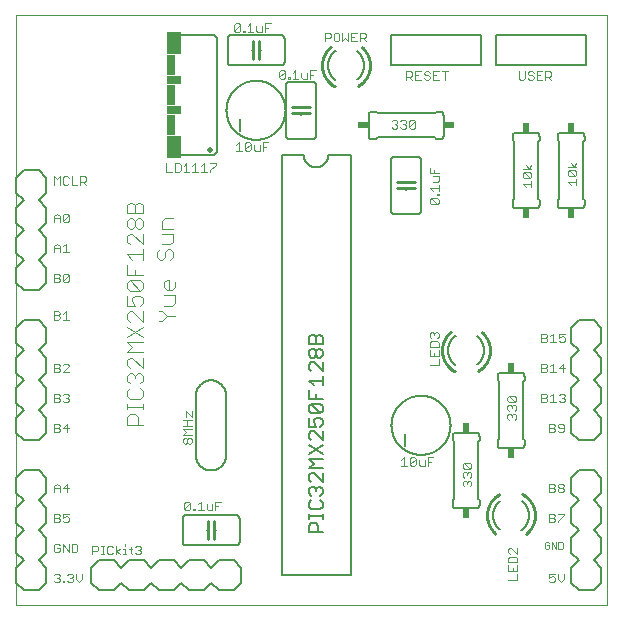
<source format=gto>
G75*
%MOIN*%
%OFA0B0*%
%FSLAX25Y25*%
%IPPOS*%
%LPD*%
%AMOC8*
5,1,8,0,0,1.08239X$1,22.5*
%
%ADD10C,0.00000*%
%ADD11C,0.00300*%
%ADD12C,0.00200*%
%ADD13C,0.00400*%
%ADD14C,0.00800*%
%ADD15C,0.00600*%
%ADD16C,0.01000*%
%ADD17C,0.00500*%
%ADD18C,0.02000*%
%ADD19R,0.05000X0.07500*%
%ADD20R,0.03000X0.07000*%
%ADD21R,0.05000X0.03000*%
%ADD22R,0.02400X0.03400*%
%ADD23R,0.03400X0.02400*%
D10*
X0001800Y0001800D02*
X0001800Y0198650D01*
X0198650Y0198650D01*
X0198650Y0001800D01*
X0001800Y0001800D01*
D11*
X0014450Y0009934D02*
X0014934Y0009450D01*
X0015901Y0009450D01*
X0016385Y0009934D01*
X0016385Y0010417D01*
X0015901Y0010901D01*
X0015417Y0010901D01*
X0015901Y0010901D02*
X0016385Y0011385D01*
X0016385Y0011869D01*
X0015901Y0012352D01*
X0014934Y0012352D01*
X0014450Y0011869D01*
X0017397Y0009934D02*
X0017880Y0009934D01*
X0017880Y0009450D01*
X0017397Y0009450D01*
X0017397Y0009934D01*
X0018870Y0009934D02*
X0019354Y0009450D01*
X0020321Y0009450D01*
X0020805Y0009934D01*
X0020805Y0010417D01*
X0020321Y0010901D01*
X0019837Y0010901D01*
X0020321Y0010901D02*
X0020805Y0011385D01*
X0020805Y0011869D01*
X0020321Y0012352D01*
X0019354Y0012352D01*
X0018870Y0011869D01*
X0021816Y0012352D02*
X0021816Y0010417D01*
X0022784Y0009450D01*
X0023751Y0010417D01*
X0023751Y0012352D01*
X0027262Y0018750D02*
X0027262Y0021652D01*
X0028713Y0021652D01*
X0029197Y0021169D01*
X0029197Y0020201D01*
X0028713Y0019717D01*
X0027262Y0019717D01*
X0030209Y0018750D02*
X0031176Y0018750D01*
X0030692Y0018750D02*
X0030692Y0021652D01*
X0030209Y0021652D02*
X0031176Y0021652D01*
X0032173Y0021169D02*
X0032173Y0019234D01*
X0032657Y0018750D01*
X0033624Y0018750D01*
X0034108Y0019234D01*
X0035119Y0019717D02*
X0036571Y0020685D01*
X0037575Y0020685D02*
X0038059Y0020685D01*
X0038059Y0018750D01*
X0038542Y0018750D02*
X0037575Y0018750D01*
X0036571Y0018750D02*
X0035119Y0019717D01*
X0035119Y0018750D02*
X0035119Y0021652D01*
X0034108Y0021169D02*
X0033624Y0021652D01*
X0032657Y0021652D01*
X0032173Y0021169D01*
X0038059Y0021652D02*
X0038059Y0022136D01*
X0039539Y0020685D02*
X0040507Y0020685D01*
X0040023Y0021169D02*
X0040023Y0019234D01*
X0040507Y0018750D01*
X0041503Y0019234D02*
X0041987Y0018750D01*
X0042955Y0018750D01*
X0043438Y0019234D01*
X0043438Y0019717D01*
X0042955Y0020201D01*
X0042471Y0020201D01*
X0042955Y0020201D02*
X0043438Y0020685D01*
X0043438Y0021169D01*
X0042955Y0021652D01*
X0041987Y0021652D01*
X0041503Y0021169D01*
X0057950Y0033934D02*
X0059885Y0035869D01*
X0059885Y0033934D01*
X0059401Y0033450D01*
X0058434Y0033450D01*
X0057950Y0033934D01*
X0057950Y0035869D01*
X0058434Y0036352D01*
X0059401Y0036352D01*
X0059885Y0035869D01*
X0060897Y0033934D02*
X0061380Y0033934D01*
X0061380Y0033450D01*
X0060897Y0033450D01*
X0060897Y0033934D01*
X0062370Y0033450D02*
X0064305Y0033450D01*
X0063337Y0033450D02*
X0063337Y0036352D01*
X0062370Y0035385D01*
X0065316Y0035385D02*
X0065316Y0033934D01*
X0065800Y0033450D01*
X0067251Y0033450D01*
X0067251Y0035385D01*
X0068263Y0034901D02*
X0069230Y0034901D01*
X0068263Y0033450D02*
X0068263Y0036352D01*
X0070198Y0036352D01*
X0059916Y0055700D02*
X0059433Y0055700D01*
X0058949Y0056184D01*
X0058949Y0057151D01*
X0059433Y0057635D01*
X0059916Y0057635D01*
X0060400Y0057151D01*
X0060400Y0056184D01*
X0059916Y0055700D01*
X0058949Y0056184D02*
X0058465Y0055700D01*
X0057981Y0055700D01*
X0057498Y0056184D01*
X0057498Y0057151D01*
X0057981Y0057635D01*
X0058465Y0057635D01*
X0058949Y0057151D01*
X0060400Y0058647D02*
X0057498Y0058647D01*
X0058465Y0059614D01*
X0057498Y0060581D01*
X0060400Y0060581D01*
X0060400Y0061593D02*
X0057498Y0061593D01*
X0058949Y0061593D02*
X0058949Y0063528D01*
X0058465Y0064540D02*
X0058465Y0066475D01*
X0060400Y0064540D01*
X0060400Y0066475D01*
X0060400Y0063528D02*
X0057498Y0063528D01*
X0019331Y0060901D02*
X0017397Y0060901D01*
X0018848Y0062352D01*
X0018848Y0059450D01*
X0016385Y0059934D02*
X0016385Y0060417D01*
X0015901Y0060901D01*
X0014450Y0060901D01*
X0014450Y0059450D02*
X0015901Y0059450D01*
X0016385Y0059934D01*
X0015901Y0060901D02*
X0016385Y0061385D01*
X0016385Y0061869D01*
X0015901Y0062352D01*
X0014450Y0062352D01*
X0014450Y0059450D01*
X0014450Y0069450D02*
X0015901Y0069450D01*
X0016385Y0069934D01*
X0016385Y0070417D01*
X0015901Y0070901D01*
X0014450Y0070901D01*
X0014450Y0069450D02*
X0014450Y0072352D01*
X0015901Y0072352D01*
X0016385Y0071869D01*
X0016385Y0071385D01*
X0015901Y0070901D01*
X0017397Y0069934D02*
X0017880Y0069450D01*
X0018848Y0069450D01*
X0019331Y0069934D01*
X0019331Y0070417D01*
X0018848Y0070901D01*
X0018364Y0070901D01*
X0018848Y0070901D02*
X0019331Y0071385D01*
X0019331Y0071869D01*
X0018848Y0072352D01*
X0017880Y0072352D01*
X0017397Y0071869D01*
X0017397Y0079450D02*
X0019331Y0081385D01*
X0019331Y0081869D01*
X0018848Y0082352D01*
X0017880Y0082352D01*
X0017397Y0081869D01*
X0016385Y0081869D02*
X0016385Y0081385D01*
X0015901Y0080901D01*
X0014450Y0080901D01*
X0014450Y0079450D02*
X0014450Y0082352D01*
X0015901Y0082352D01*
X0016385Y0081869D01*
X0015901Y0080901D02*
X0016385Y0080417D01*
X0016385Y0079934D01*
X0015901Y0079450D01*
X0014450Y0079450D01*
X0017397Y0079450D02*
X0019331Y0079450D01*
X0019331Y0096950D02*
X0017397Y0096950D01*
X0018364Y0096950D02*
X0018364Y0099852D01*
X0017397Y0098885D01*
X0016385Y0098885D02*
X0015901Y0098401D01*
X0014450Y0098401D01*
X0014450Y0096950D02*
X0015901Y0096950D01*
X0016385Y0097434D01*
X0016385Y0097917D01*
X0015901Y0098401D01*
X0016385Y0098885D02*
X0016385Y0099369D01*
X0015901Y0099852D01*
X0014450Y0099852D01*
X0014450Y0096950D01*
X0014450Y0109450D02*
X0015901Y0109450D01*
X0016385Y0109934D01*
X0016385Y0110417D01*
X0015901Y0110901D01*
X0014450Y0110901D01*
X0014450Y0109450D02*
X0014450Y0112352D01*
X0015901Y0112352D01*
X0016385Y0111869D01*
X0016385Y0111385D01*
X0015901Y0110901D01*
X0017397Y0109934D02*
X0019331Y0111869D01*
X0019331Y0109934D01*
X0018848Y0109450D01*
X0017880Y0109450D01*
X0017397Y0109934D01*
X0017397Y0111869D01*
X0017880Y0112352D01*
X0018848Y0112352D01*
X0019331Y0111869D01*
X0019331Y0119450D02*
X0017397Y0119450D01*
X0018364Y0119450D02*
X0018364Y0122352D01*
X0017397Y0121385D01*
X0016385Y0121385D02*
X0016385Y0119450D01*
X0016385Y0120901D02*
X0014450Y0120901D01*
X0014450Y0121385D02*
X0015417Y0122352D01*
X0016385Y0121385D01*
X0014450Y0121385D02*
X0014450Y0119450D01*
X0014450Y0129450D02*
X0014450Y0131385D01*
X0015417Y0132352D01*
X0016385Y0131385D01*
X0016385Y0129450D01*
X0017397Y0129934D02*
X0019331Y0131869D01*
X0019331Y0129934D01*
X0018848Y0129450D01*
X0017880Y0129450D01*
X0017397Y0129934D01*
X0017397Y0131869D01*
X0017880Y0132352D01*
X0018848Y0132352D01*
X0019331Y0131869D01*
X0016385Y0130901D02*
X0014450Y0130901D01*
X0014450Y0141950D02*
X0014450Y0144852D01*
X0015417Y0143885D01*
X0016385Y0144852D01*
X0016385Y0141950D01*
X0017397Y0142434D02*
X0017880Y0141950D01*
X0018848Y0141950D01*
X0019331Y0142434D01*
X0020343Y0141950D02*
X0022278Y0141950D01*
X0023290Y0141950D02*
X0023290Y0144852D01*
X0024741Y0144852D01*
X0025225Y0144369D01*
X0025225Y0143401D01*
X0024741Y0142917D01*
X0023290Y0142917D01*
X0024257Y0142917D02*
X0025225Y0141950D01*
X0020343Y0141950D02*
X0020343Y0144852D01*
X0019331Y0144369D02*
X0018848Y0144852D01*
X0017880Y0144852D01*
X0017397Y0144369D01*
X0017397Y0142434D01*
X0051771Y0146250D02*
X0053706Y0146250D01*
X0054717Y0146250D02*
X0056169Y0146250D01*
X0056652Y0146734D01*
X0056652Y0148669D01*
X0056169Y0149152D01*
X0054717Y0149152D01*
X0054717Y0146250D01*
X0057664Y0146250D02*
X0059599Y0146250D01*
X0058631Y0146250D02*
X0058631Y0149152D01*
X0057664Y0148185D01*
X0060610Y0148185D02*
X0061578Y0149152D01*
X0061578Y0146250D01*
X0062545Y0146250D02*
X0060610Y0146250D01*
X0063557Y0146250D02*
X0065492Y0146250D01*
X0064524Y0146250D02*
X0064524Y0149152D01*
X0063557Y0148185D01*
X0066503Y0149152D02*
X0068438Y0149152D01*
X0068438Y0148669D01*
X0066503Y0146734D01*
X0066503Y0146250D01*
X0075164Y0153250D02*
X0077099Y0153250D01*
X0076131Y0153250D02*
X0076131Y0156152D01*
X0075164Y0155185D01*
X0078110Y0155669D02*
X0078110Y0153734D01*
X0080045Y0155669D01*
X0080045Y0153734D01*
X0079562Y0153250D01*
X0078594Y0153250D01*
X0078110Y0153734D01*
X0078110Y0155669D02*
X0078594Y0156152D01*
X0079562Y0156152D01*
X0080045Y0155669D01*
X0081057Y0155185D02*
X0081057Y0153734D01*
X0081541Y0153250D01*
X0082992Y0153250D01*
X0082992Y0155185D01*
X0084003Y0154701D02*
X0084971Y0154701D01*
X0084003Y0153250D02*
X0084003Y0156152D01*
X0085938Y0156152D01*
X0090049Y0177250D02*
X0089566Y0177734D01*
X0091501Y0179669D01*
X0091501Y0177734D01*
X0091017Y0177250D01*
X0090049Y0177250D01*
X0089566Y0177734D02*
X0089566Y0179669D01*
X0090049Y0180152D01*
X0091017Y0180152D01*
X0091501Y0179669D01*
X0092512Y0177734D02*
X0092996Y0177734D01*
X0092996Y0177250D01*
X0092512Y0177250D01*
X0092512Y0177734D01*
X0093985Y0177250D02*
X0095920Y0177250D01*
X0094953Y0177250D02*
X0094953Y0180152D01*
X0093985Y0179185D01*
X0096932Y0179185D02*
X0096932Y0177734D01*
X0097416Y0177250D01*
X0098867Y0177250D01*
X0098867Y0179185D01*
X0099878Y0178701D02*
X0100846Y0178701D01*
X0099878Y0177250D02*
X0099878Y0180152D01*
X0101813Y0180152D01*
X0104717Y0189750D02*
X0104717Y0192652D01*
X0106169Y0192652D01*
X0106652Y0192169D01*
X0106652Y0191201D01*
X0106169Y0190717D01*
X0104717Y0190717D01*
X0107664Y0190234D02*
X0107664Y0192169D01*
X0108148Y0192652D01*
X0109115Y0192652D01*
X0109599Y0192169D01*
X0109599Y0190234D01*
X0109115Y0189750D01*
X0108148Y0189750D01*
X0107664Y0190234D01*
X0110610Y0189750D02*
X0111578Y0190717D01*
X0112545Y0189750D01*
X0112545Y0192652D01*
X0113557Y0192652D02*
X0113557Y0189750D01*
X0115492Y0189750D01*
X0116503Y0189750D02*
X0116503Y0192652D01*
X0117955Y0192652D01*
X0118438Y0192169D01*
X0118438Y0191201D01*
X0117955Y0190717D01*
X0116503Y0190717D01*
X0117471Y0190717D02*
X0118438Y0189750D01*
X0115492Y0192652D02*
X0113557Y0192652D01*
X0113557Y0191201D02*
X0114524Y0191201D01*
X0110610Y0192652D02*
X0110610Y0189750D01*
X0131950Y0179852D02*
X0131950Y0176950D01*
X0131950Y0177917D02*
X0133401Y0177917D01*
X0133885Y0178401D01*
X0133885Y0179369D01*
X0133401Y0179852D01*
X0131950Y0179852D01*
X0132917Y0177917D02*
X0133885Y0176950D01*
X0134897Y0176950D02*
X0136831Y0176950D01*
X0137843Y0177434D02*
X0138327Y0176950D01*
X0139294Y0176950D01*
X0139778Y0177434D01*
X0139778Y0177917D01*
X0139294Y0178401D01*
X0138327Y0178401D01*
X0137843Y0178885D01*
X0137843Y0179369D01*
X0138327Y0179852D01*
X0139294Y0179852D01*
X0139778Y0179369D01*
X0140790Y0179852D02*
X0140790Y0176950D01*
X0142725Y0176950D01*
X0141757Y0178401D02*
X0140790Y0178401D01*
X0140790Y0179852D02*
X0142725Y0179852D01*
X0143736Y0179852D02*
X0145671Y0179852D01*
X0144704Y0179852D02*
X0144704Y0176950D01*
X0136831Y0179852D02*
X0134897Y0179852D01*
X0134897Y0176950D01*
X0134897Y0178401D02*
X0135864Y0178401D01*
X0134355Y0163527D02*
X0134838Y0163044D01*
X0132903Y0161109D01*
X0133387Y0160625D01*
X0134355Y0160625D01*
X0134838Y0161109D01*
X0134838Y0163044D01*
X0134355Y0163527D02*
X0133387Y0163527D01*
X0132903Y0163044D01*
X0132903Y0161109D01*
X0131892Y0161109D02*
X0131408Y0160625D01*
X0130441Y0160625D01*
X0129957Y0161109D01*
X0128945Y0161109D02*
X0128462Y0160625D01*
X0127494Y0160625D01*
X0127010Y0161109D01*
X0127978Y0162076D02*
X0128462Y0162076D01*
X0128945Y0161592D01*
X0128945Y0161109D01*
X0128462Y0162076D02*
X0128945Y0162560D01*
X0128945Y0163044D01*
X0128462Y0163527D01*
X0127494Y0163527D01*
X0127010Y0163044D01*
X0129957Y0163044D02*
X0130441Y0163527D01*
X0131408Y0163527D01*
X0131892Y0163044D01*
X0131892Y0162560D01*
X0131408Y0162076D01*
X0131892Y0161592D01*
X0131892Y0161109D01*
X0131408Y0162076D02*
X0130924Y0162076D01*
X0139748Y0147698D02*
X0139748Y0145763D01*
X0142650Y0145763D01*
X0142650Y0144751D02*
X0140715Y0144751D01*
X0141199Y0145763D02*
X0141199Y0146730D01*
X0142650Y0144751D02*
X0142650Y0143300D01*
X0142166Y0142816D01*
X0140715Y0142816D01*
X0142650Y0141805D02*
X0142650Y0139870D01*
X0142650Y0140837D02*
X0139748Y0140837D01*
X0140715Y0139870D01*
X0142166Y0138880D02*
X0142166Y0138397D01*
X0142650Y0138397D01*
X0142650Y0138880D01*
X0142166Y0138880D01*
X0142166Y0137385D02*
X0140231Y0137385D01*
X0142166Y0135450D01*
X0142650Y0135934D01*
X0142650Y0136901D01*
X0142166Y0137385D01*
X0140231Y0137385D02*
X0139748Y0136901D01*
X0139748Y0135934D01*
X0140231Y0135450D01*
X0142166Y0135450D01*
X0170698Y0142219D02*
X0173600Y0142219D01*
X0173600Y0141252D02*
X0173600Y0143187D01*
X0173116Y0144198D02*
X0171181Y0146133D01*
X0173116Y0146133D01*
X0173600Y0145649D01*
X0173600Y0144682D01*
X0173116Y0144198D01*
X0171181Y0144198D01*
X0170698Y0144682D01*
X0170698Y0145649D01*
X0171181Y0146133D01*
X0170698Y0147145D02*
X0173600Y0147145D01*
X0172633Y0147145D02*
X0173600Y0148596D01*
X0172633Y0147145D02*
X0171665Y0148596D01*
X0170698Y0142219D02*
X0171665Y0141252D01*
X0185698Y0142844D02*
X0186665Y0141877D01*
X0185698Y0142844D02*
X0188600Y0142844D01*
X0188600Y0141877D02*
X0188600Y0143812D01*
X0188116Y0144823D02*
X0186181Y0146758D01*
X0188116Y0146758D01*
X0188600Y0146274D01*
X0188600Y0145307D01*
X0188116Y0144823D01*
X0186181Y0144823D01*
X0185698Y0145307D01*
X0185698Y0146274D01*
X0186181Y0146758D01*
X0185698Y0147770D02*
X0188600Y0147770D01*
X0187633Y0147770D02*
X0186665Y0149221D01*
X0187633Y0147770D02*
X0188600Y0149221D01*
X0180225Y0176950D02*
X0179257Y0177917D01*
X0179741Y0177917D02*
X0178290Y0177917D01*
X0178290Y0176950D02*
X0178290Y0179852D01*
X0179741Y0179852D01*
X0180225Y0179369D01*
X0180225Y0178401D01*
X0179741Y0177917D01*
X0177278Y0176950D02*
X0175343Y0176950D01*
X0175343Y0179852D01*
X0177278Y0179852D01*
X0176311Y0178401D02*
X0175343Y0178401D01*
X0174331Y0177917D02*
X0174331Y0177434D01*
X0173848Y0176950D01*
X0172880Y0176950D01*
X0172397Y0177434D01*
X0171385Y0177434D02*
X0171385Y0179852D01*
X0172397Y0179369D02*
X0172397Y0178885D01*
X0172880Y0178401D01*
X0173848Y0178401D01*
X0174331Y0177917D01*
X0174331Y0179369D02*
X0173848Y0179852D01*
X0172880Y0179852D01*
X0172397Y0179369D01*
X0171385Y0177434D02*
X0170901Y0176950D01*
X0169934Y0176950D01*
X0169450Y0177434D01*
X0169450Y0179852D01*
X0086813Y0195777D02*
X0084878Y0195777D01*
X0084878Y0192875D01*
X0083867Y0192875D02*
X0083867Y0194810D01*
X0084878Y0194326D02*
X0085846Y0194326D01*
X0083867Y0192875D02*
X0082416Y0192875D01*
X0081932Y0193359D01*
X0081932Y0194810D01*
X0080920Y0192875D02*
X0078985Y0192875D01*
X0079953Y0192875D02*
X0079953Y0195777D01*
X0078985Y0194810D01*
X0077996Y0193359D02*
X0077996Y0192875D01*
X0077512Y0192875D01*
X0077512Y0193359D01*
X0077996Y0193359D01*
X0076501Y0193359D02*
X0076017Y0192875D01*
X0075049Y0192875D01*
X0074566Y0193359D01*
X0076501Y0195294D01*
X0076501Y0193359D01*
X0076501Y0195294D02*
X0076017Y0195777D01*
X0075049Y0195777D01*
X0074566Y0195294D01*
X0074566Y0193359D01*
X0051771Y0149152D02*
X0051771Y0146250D01*
X0139748Y0092241D02*
X0140231Y0092725D01*
X0140715Y0092725D01*
X0141199Y0092241D01*
X0141683Y0092725D01*
X0142166Y0092725D01*
X0142650Y0092241D01*
X0142650Y0091273D01*
X0142166Y0090790D01*
X0142166Y0089778D02*
X0140231Y0089778D01*
X0139748Y0089294D01*
X0139748Y0087843D01*
X0142650Y0087843D01*
X0142650Y0089294D01*
X0142166Y0089778D01*
X0140231Y0090790D02*
X0139748Y0091273D01*
X0139748Y0092241D01*
X0141199Y0092241D02*
X0141199Y0091757D01*
X0142650Y0086831D02*
X0142650Y0084897D01*
X0139748Y0084897D01*
X0139748Y0086831D01*
X0141199Y0085864D02*
X0141199Y0084897D01*
X0142650Y0083885D02*
X0142650Y0081950D01*
X0139748Y0081950D01*
X0165623Y0071019D02*
X0165623Y0070052D01*
X0166106Y0069568D01*
X0168041Y0069568D01*
X0166106Y0071503D01*
X0168041Y0071503D01*
X0168525Y0071019D01*
X0168525Y0070052D01*
X0168041Y0069568D01*
X0168041Y0068556D02*
X0168525Y0068073D01*
X0168525Y0067105D01*
X0168041Y0066622D01*
X0168041Y0065610D02*
X0168525Y0065126D01*
X0168525Y0064159D01*
X0168041Y0063675D01*
X0167074Y0064642D02*
X0167074Y0065126D01*
X0167558Y0065610D01*
X0168041Y0065610D01*
X0167074Y0065126D02*
X0166590Y0065610D01*
X0166106Y0065610D01*
X0165623Y0065126D01*
X0165623Y0064159D01*
X0166106Y0063675D01*
X0166106Y0066622D02*
X0165623Y0067105D01*
X0165623Y0068073D01*
X0166106Y0068556D01*
X0166590Y0068556D01*
X0167074Y0068073D01*
X0167558Y0068556D01*
X0168041Y0068556D01*
X0167074Y0068073D02*
X0167074Y0067589D01*
X0165623Y0071019D02*
X0166106Y0071503D01*
X0176950Y0070901D02*
X0178401Y0070901D01*
X0178885Y0070417D01*
X0178885Y0069934D01*
X0178401Y0069450D01*
X0176950Y0069450D01*
X0176950Y0072352D01*
X0178401Y0072352D01*
X0178885Y0071869D01*
X0178885Y0071385D01*
X0178401Y0070901D01*
X0179897Y0071385D02*
X0180864Y0072352D01*
X0180864Y0069450D01*
X0179897Y0069450D02*
X0181831Y0069450D01*
X0182843Y0069934D02*
X0183327Y0069450D01*
X0184294Y0069450D01*
X0184778Y0069934D01*
X0184778Y0070417D01*
X0184294Y0070901D01*
X0183811Y0070901D01*
X0184294Y0070901D02*
X0184778Y0071385D01*
X0184778Y0071869D01*
X0184294Y0072352D01*
X0183327Y0072352D01*
X0182843Y0071869D01*
X0181831Y0079450D02*
X0179897Y0079450D01*
X0180864Y0079450D02*
X0180864Y0082352D01*
X0179897Y0081385D01*
X0178885Y0081385D02*
X0178401Y0080901D01*
X0176950Y0080901D01*
X0176950Y0079450D02*
X0176950Y0082352D01*
X0178401Y0082352D01*
X0178885Y0081869D01*
X0178885Y0081385D01*
X0178401Y0080901D02*
X0178885Y0080417D01*
X0178885Y0079934D01*
X0178401Y0079450D01*
X0176950Y0079450D01*
X0182843Y0080901D02*
X0184778Y0080901D01*
X0184294Y0079450D02*
X0184294Y0082352D01*
X0182843Y0080901D01*
X0183327Y0089450D02*
X0182843Y0089934D01*
X0183327Y0089450D02*
X0184294Y0089450D01*
X0184778Y0089934D01*
X0184778Y0090901D01*
X0184294Y0091385D01*
X0183811Y0091385D01*
X0182843Y0090901D01*
X0182843Y0092352D01*
X0184778Y0092352D01*
X0181831Y0089450D02*
X0179897Y0089450D01*
X0180864Y0089450D02*
X0180864Y0092352D01*
X0179897Y0091385D01*
X0178885Y0091385D02*
X0178401Y0090901D01*
X0176950Y0090901D01*
X0176950Y0089450D02*
X0176950Y0092352D01*
X0178401Y0092352D01*
X0178885Y0091869D01*
X0178885Y0091385D01*
X0178401Y0090901D02*
X0178885Y0090417D01*
X0178885Y0089934D01*
X0178401Y0089450D01*
X0176950Y0089450D01*
X0179450Y0062352D02*
X0180901Y0062352D01*
X0181385Y0061869D01*
X0181385Y0061385D01*
X0180901Y0060901D01*
X0179450Y0060901D01*
X0179450Y0059450D02*
X0180901Y0059450D01*
X0181385Y0059934D01*
X0181385Y0060417D01*
X0180901Y0060901D01*
X0182397Y0061385D02*
X0182880Y0060901D01*
X0184331Y0060901D01*
X0184331Y0059934D02*
X0184331Y0061869D01*
X0183848Y0062352D01*
X0182880Y0062352D01*
X0182397Y0061869D01*
X0182397Y0061385D01*
X0182397Y0059934D02*
X0182880Y0059450D01*
X0183848Y0059450D01*
X0184331Y0059934D01*
X0179450Y0059450D02*
X0179450Y0062352D01*
X0179450Y0042352D02*
X0180901Y0042352D01*
X0181385Y0041869D01*
X0181385Y0041385D01*
X0180901Y0040901D01*
X0179450Y0040901D01*
X0179450Y0039450D02*
X0180901Y0039450D01*
X0181385Y0039934D01*
X0181385Y0040417D01*
X0180901Y0040901D01*
X0182397Y0040417D02*
X0182397Y0039934D01*
X0182880Y0039450D01*
X0183848Y0039450D01*
X0184331Y0039934D01*
X0184331Y0040417D01*
X0183848Y0040901D01*
X0182880Y0040901D01*
X0182397Y0041385D01*
X0182397Y0041869D01*
X0182880Y0042352D01*
X0183848Y0042352D01*
X0184331Y0041869D01*
X0184331Y0041385D01*
X0183848Y0040901D01*
X0182880Y0040901D02*
X0182397Y0040417D01*
X0179450Y0039450D02*
X0179450Y0042352D01*
X0179450Y0032352D02*
X0180901Y0032352D01*
X0181385Y0031869D01*
X0181385Y0031385D01*
X0180901Y0030901D01*
X0179450Y0030901D01*
X0179450Y0029450D02*
X0180901Y0029450D01*
X0181385Y0029934D01*
X0181385Y0030417D01*
X0180901Y0030901D01*
X0182397Y0029934D02*
X0182397Y0029450D01*
X0182397Y0029934D02*
X0184331Y0031869D01*
X0184331Y0032352D01*
X0182397Y0032352D01*
X0179450Y0032352D02*
X0179450Y0029450D01*
X0168850Y0020938D02*
X0168850Y0019003D01*
X0166915Y0020938D01*
X0166431Y0020938D01*
X0165948Y0020455D01*
X0165948Y0019487D01*
X0166431Y0019003D01*
X0166431Y0017992D02*
X0165948Y0017508D01*
X0165948Y0016057D01*
X0168850Y0016057D01*
X0168850Y0017508D01*
X0168366Y0017992D01*
X0166431Y0017992D01*
X0165948Y0015045D02*
X0165948Y0013110D01*
X0168850Y0013110D01*
X0168850Y0015045D01*
X0167399Y0014078D02*
X0167399Y0013110D01*
X0168850Y0012099D02*
X0168850Y0010164D01*
X0165948Y0010164D01*
X0179450Y0009934D02*
X0179934Y0009450D01*
X0180901Y0009450D01*
X0181385Y0009934D01*
X0181385Y0010901D01*
X0180901Y0011385D01*
X0180417Y0011385D01*
X0179450Y0010901D01*
X0179450Y0012352D01*
X0181385Y0012352D01*
X0182397Y0012352D02*
X0182397Y0010417D01*
X0183364Y0009450D01*
X0184331Y0010417D01*
X0184331Y0012352D01*
X0153600Y0041869D02*
X0153600Y0042837D01*
X0153116Y0043320D01*
X0152633Y0043320D01*
X0152149Y0042837D01*
X0152149Y0042353D01*
X0152149Y0042837D02*
X0151665Y0043320D01*
X0151181Y0043320D01*
X0150698Y0042837D01*
X0150698Y0041869D01*
X0151181Y0041385D01*
X0153116Y0041385D02*
X0153600Y0041869D01*
X0153116Y0044332D02*
X0153600Y0044816D01*
X0153600Y0045783D01*
X0153116Y0046267D01*
X0152633Y0046267D01*
X0152149Y0045783D01*
X0152149Y0045299D01*
X0152149Y0045783D02*
X0151665Y0046267D01*
X0151181Y0046267D01*
X0150698Y0045783D01*
X0150698Y0044816D01*
X0151181Y0044332D01*
X0151181Y0047278D02*
X0150698Y0047762D01*
X0150698Y0048730D01*
X0151181Y0049213D01*
X0153116Y0047278D01*
X0153600Y0047762D01*
X0153600Y0048730D01*
X0153116Y0049213D01*
X0151181Y0049213D01*
X0151181Y0047278D02*
X0153116Y0047278D01*
X0140938Y0051152D02*
X0139003Y0051152D01*
X0139003Y0048250D01*
X0137992Y0048250D02*
X0137992Y0050185D01*
X0139003Y0049701D02*
X0139971Y0049701D01*
X0137992Y0048250D02*
X0136541Y0048250D01*
X0136057Y0048734D01*
X0136057Y0050185D01*
X0135045Y0050669D02*
X0135045Y0048734D01*
X0134562Y0048250D01*
X0133594Y0048250D01*
X0133110Y0048734D01*
X0135045Y0050669D01*
X0134562Y0051152D01*
X0133594Y0051152D01*
X0133110Y0050669D01*
X0133110Y0048734D01*
X0132099Y0048250D02*
X0130164Y0048250D01*
X0131131Y0048250D02*
X0131131Y0051152D01*
X0130164Y0050185D01*
X0022278Y0021869D02*
X0022278Y0019934D01*
X0021794Y0019450D01*
X0020343Y0019450D01*
X0020343Y0022352D01*
X0021794Y0022352D01*
X0022278Y0021869D01*
X0019331Y0022352D02*
X0019331Y0019450D01*
X0017397Y0022352D01*
X0017397Y0019450D01*
X0016385Y0019934D02*
X0016385Y0020901D01*
X0015417Y0020901D01*
X0014450Y0019934D02*
X0014450Y0021869D01*
X0014934Y0022352D01*
X0015901Y0022352D01*
X0016385Y0021869D01*
X0016385Y0019934D02*
X0015901Y0019450D01*
X0014934Y0019450D01*
X0014450Y0019934D01*
X0014450Y0029450D02*
X0015901Y0029450D01*
X0016385Y0029934D01*
X0016385Y0030417D01*
X0015901Y0030901D01*
X0014450Y0030901D01*
X0014450Y0029450D02*
X0014450Y0032352D01*
X0015901Y0032352D01*
X0016385Y0031869D01*
X0016385Y0031385D01*
X0015901Y0030901D01*
X0017397Y0030901D02*
X0017397Y0032352D01*
X0019331Y0032352D01*
X0018848Y0031385D02*
X0019331Y0030901D01*
X0019331Y0029934D01*
X0018848Y0029450D01*
X0017880Y0029450D01*
X0017397Y0029934D01*
X0017397Y0030901D02*
X0018364Y0031385D01*
X0018848Y0031385D01*
X0018848Y0039450D02*
X0018848Y0042352D01*
X0017397Y0040901D01*
X0019331Y0040901D01*
X0016385Y0040901D02*
X0014450Y0040901D01*
X0014450Y0041385D02*
X0015417Y0042352D01*
X0016385Y0041385D01*
X0016385Y0039450D01*
X0014450Y0039450D02*
X0014450Y0041385D01*
D12*
X0178150Y0022485D02*
X0178150Y0021017D01*
X0178517Y0020650D01*
X0179251Y0020650D01*
X0179618Y0021017D01*
X0179618Y0021751D01*
X0178884Y0021751D01*
X0179618Y0022485D02*
X0179251Y0022852D01*
X0178517Y0022852D01*
X0178150Y0022485D01*
X0180360Y0022852D02*
X0180360Y0020650D01*
X0181828Y0020650D02*
X0180360Y0022852D01*
X0181828Y0022852D02*
X0181828Y0020650D01*
X0182570Y0020650D02*
X0183671Y0020650D01*
X0184038Y0021017D01*
X0184038Y0022485D01*
X0183671Y0022852D01*
X0182570Y0022852D01*
X0182570Y0020650D01*
D13*
X0054700Y0098266D02*
X0052098Y0098266D01*
X0050363Y0100000D01*
X0049496Y0100000D01*
X0051230Y0101687D02*
X0053833Y0101687D01*
X0054700Y0102555D01*
X0054700Y0105157D01*
X0051230Y0105157D01*
X0052098Y0106844D02*
X0051230Y0107711D01*
X0051230Y0109446D01*
X0052098Y0110313D01*
X0052965Y0110313D01*
X0052965Y0106844D01*
X0052098Y0106844D02*
X0053833Y0106844D01*
X0054700Y0107711D01*
X0054700Y0109446D01*
X0053233Y0117000D02*
X0054100Y0117867D01*
X0054100Y0119602D01*
X0053233Y0120470D01*
X0052365Y0120470D01*
X0051498Y0119602D01*
X0051498Y0117867D01*
X0050630Y0117000D01*
X0049763Y0117000D01*
X0048896Y0117867D01*
X0048896Y0119602D01*
X0049763Y0120470D01*
X0050630Y0122156D02*
X0053233Y0122156D01*
X0054100Y0123024D01*
X0054100Y0125626D01*
X0050630Y0125626D01*
X0050630Y0127313D02*
X0050630Y0129915D01*
X0051498Y0130782D01*
X0054100Y0130782D01*
X0054100Y0127313D02*
X0050630Y0127313D01*
X0044100Y0128182D02*
X0043233Y0127314D01*
X0042365Y0127314D01*
X0041498Y0128182D01*
X0041498Y0129917D01*
X0042365Y0130784D01*
X0043233Y0130784D01*
X0044100Y0129917D01*
X0044100Y0128182D01*
X0044100Y0125628D02*
X0044100Y0122158D01*
X0040630Y0125628D01*
X0039763Y0125628D01*
X0038896Y0124760D01*
X0038896Y0123025D01*
X0039763Y0122158D01*
X0038896Y0118736D02*
X0044100Y0118736D01*
X0044100Y0117002D02*
X0044100Y0120471D01*
X0040630Y0117002D02*
X0038896Y0118736D01*
X0038896Y0115315D02*
X0038896Y0111845D01*
X0044100Y0111845D01*
X0043233Y0110158D02*
X0044100Y0109291D01*
X0044100Y0107556D01*
X0043233Y0106689D01*
X0039763Y0110158D01*
X0043233Y0110158D01*
X0041498Y0111845D02*
X0041498Y0113580D01*
X0039763Y0110158D02*
X0038896Y0109291D01*
X0038896Y0107556D01*
X0039763Y0106689D01*
X0043233Y0106689D01*
X0043233Y0105002D02*
X0041498Y0105002D01*
X0040630Y0104135D01*
X0040630Y0103267D01*
X0041498Y0101532D01*
X0038896Y0101532D01*
X0038896Y0105002D01*
X0043233Y0105002D02*
X0044100Y0104135D01*
X0044100Y0102400D01*
X0043233Y0101532D01*
X0044100Y0099846D02*
X0044100Y0096376D01*
X0040630Y0099846D01*
X0039763Y0099846D01*
X0038896Y0098978D01*
X0038896Y0097243D01*
X0039763Y0096376D01*
X0038896Y0094689D02*
X0044100Y0091220D01*
X0044100Y0089533D02*
X0038896Y0089533D01*
X0040630Y0087798D01*
X0038896Y0086063D01*
X0044100Y0086063D01*
X0044100Y0084376D02*
X0044100Y0080907D01*
X0040630Y0084376D01*
X0039763Y0084376D01*
X0038896Y0083509D01*
X0038896Y0081774D01*
X0039763Y0080907D01*
X0039763Y0079220D02*
X0040630Y0079220D01*
X0041498Y0078353D01*
X0042365Y0079220D01*
X0043233Y0079220D01*
X0044100Y0078353D01*
X0044100Y0076618D01*
X0043233Y0075750D01*
X0043233Y0074064D02*
X0044100Y0073196D01*
X0044100Y0071461D01*
X0043233Y0070594D01*
X0039763Y0070594D01*
X0038896Y0071461D01*
X0038896Y0073196D01*
X0039763Y0074064D01*
X0039763Y0075750D02*
X0038896Y0076618D01*
X0038896Y0078353D01*
X0039763Y0079220D01*
X0041498Y0078353D02*
X0041498Y0077485D01*
X0044100Y0068891D02*
X0044100Y0067156D01*
X0044100Y0068024D02*
X0038896Y0068024D01*
X0038896Y0068891D02*
X0038896Y0067156D01*
X0039763Y0065470D02*
X0041498Y0065470D01*
X0042365Y0064602D01*
X0042365Y0062000D01*
X0044100Y0062000D02*
X0038896Y0062000D01*
X0038896Y0064602D01*
X0039763Y0065470D01*
X0038896Y0091220D02*
X0044100Y0094689D01*
X0049496Y0096531D02*
X0050363Y0096531D01*
X0052098Y0098266D01*
X0040630Y0127314D02*
X0039763Y0127314D01*
X0038896Y0128182D01*
X0038896Y0129917D01*
X0039763Y0130784D01*
X0040630Y0130784D01*
X0041498Y0129917D01*
X0041498Y0128182D02*
X0040630Y0127314D01*
X0041498Y0132471D02*
X0041498Y0135073D01*
X0042365Y0135940D01*
X0043233Y0135940D01*
X0044100Y0135073D01*
X0044100Y0132471D01*
X0038896Y0132471D01*
X0038896Y0135073D01*
X0039763Y0135940D01*
X0040630Y0135940D01*
X0041498Y0135073D01*
D14*
X0011800Y0134300D02*
X0011800Y0129300D01*
X0009300Y0126800D01*
X0011800Y0124300D01*
X0011800Y0119300D01*
X0009300Y0116800D01*
X0011800Y0114300D01*
X0011800Y0109300D01*
X0009300Y0106800D01*
X0004300Y0106800D01*
X0001800Y0109300D01*
X0001800Y0114300D01*
X0004300Y0116800D01*
X0001800Y0119300D01*
X0001800Y0124300D01*
X0004300Y0126800D01*
X0001800Y0129300D01*
X0001800Y0134300D01*
X0004300Y0136800D01*
X0001800Y0139300D01*
X0001800Y0144300D01*
X0004300Y0146800D01*
X0009300Y0146800D01*
X0011800Y0144300D01*
X0011800Y0139300D01*
X0009300Y0136800D01*
X0011800Y0134300D01*
X0009300Y0096800D02*
X0004300Y0096800D01*
X0001800Y0094300D01*
X0001800Y0089300D01*
X0004300Y0086800D01*
X0001800Y0084300D01*
X0001800Y0079300D01*
X0004300Y0076800D01*
X0001800Y0074300D01*
X0001800Y0069300D01*
X0004300Y0066800D01*
X0001800Y0064300D01*
X0001800Y0059300D01*
X0004300Y0056800D01*
X0009300Y0056800D01*
X0011800Y0059300D01*
X0011800Y0064300D01*
X0009300Y0066800D01*
X0011800Y0069300D01*
X0011800Y0074300D01*
X0009300Y0076800D01*
X0011800Y0079300D01*
X0011800Y0084300D01*
X0009300Y0086800D01*
X0011800Y0089300D01*
X0011800Y0094300D01*
X0009300Y0096800D01*
X0009300Y0046800D02*
X0004300Y0046800D01*
X0001800Y0044300D01*
X0001800Y0039300D01*
X0004300Y0036800D01*
X0001800Y0034300D01*
X0001800Y0029300D01*
X0004300Y0026800D01*
X0001800Y0024300D01*
X0001800Y0019300D01*
X0004300Y0016800D01*
X0001800Y0014300D01*
X0001800Y0009300D01*
X0004300Y0006800D01*
X0009300Y0006800D01*
X0011800Y0009300D01*
X0011800Y0014300D01*
X0009300Y0016800D01*
X0011800Y0019300D01*
X0011800Y0024300D01*
X0009300Y0026800D01*
X0011800Y0029300D01*
X0011800Y0034300D01*
X0009300Y0036800D01*
X0011800Y0039300D01*
X0011800Y0044300D01*
X0009300Y0046800D01*
X0029300Y0016800D02*
X0034300Y0016800D01*
X0036800Y0014300D01*
X0039300Y0016800D01*
X0044300Y0016800D01*
X0046800Y0014300D01*
X0049300Y0016800D01*
X0054300Y0016800D01*
X0056800Y0014300D01*
X0059300Y0016800D01*
X0064300Y0016800D01*
X0066800Y0014300D01*
X0069300Y0016800D01*
X0074300Y0016800D01*
X0076800Y0014300D01*
X0076800Y0009300D01*
X0074300Y0006800D01*
X0069300Y0006800D01*
X0066800Y0009300D01*
X0064300Y0006800D01*
X0059300Y0006800D01*
X0056800Y0009300D01*
X0054300Y0006800D01*
X0049300Y0006800D01*
X0046800Y0009300D01*
X0044300Y0006800D01*
X0039300Y0006800D01*
X0036800Y0009300D01*
X0034300Y0006800D01*
X0029300Y0006800D01*
X0026800Y0009300D01*
X0026800Y0014300D01*
X0029300Y0016800D01*
X0131300Y0054800D02*
X0131300Y0058800D01*
X0126957Y0061800D02*
X0126960Y0062042D01*
X0126969Y0062283D01*
X0126984Y0062524D01*
X0127004Y0062765D01*
X0127031Y0063005D01*
X0127064Y0063244D01*
X0127102Y0063483D01*
X0127146Y0063720D01*
X0127196Y0063957D01*
X0127252Y0064192D01*
X0127314Y0064425D01*
X0127381Y0064657D01*
X0127454Y0064888D01*
X0127532Y0065116D01*
X0127617Y0065342D01*
X0127706Y0065567D01*
X0127801Y0065789D01*
X0127902Y0066008D01*
X0128008Y0066226D01*
X0128119Y0066440D01*
X0128236Y0066652D01*
X0128357Y0066860D01*
X0128484Y0067066D01*
X0128616Y0067268D01*
X0128753Y0067468D01*
X0128894Y0067663D01*
X0129040Y0067856D01*
X0129191Y0068044D01*
X0129347Y0068229D01*
X0129507Y0068410D01*
X0129671Y0068587D01*
X0129840Y0068760D01*
X0130013Y0068929D01*
X0130190Y0069093D01*
X0130371Y0069253D01*
X0130556Y0069409D01*
X0130744Y0069560D01*
X0130937Y0069706D01*
X0131132Y0069847D01*
X0131332Y0069984D01*
X0131534Y0070116D01*
X0131740Y0070243D01*
X0131948Y0070364D01*
X0132160Y0070481D01*
X0132374Y0070592D01*
X0132592Y0070698D01*
X0132811Y0070799D01*
X0133033Y0070894D01*
X0133258Y0070983D01*
X0133484Y0071068D01*
X0133712Y0071146D01*
X0133943Y0071219D01*
X0134175Y0071286D01*
X0134408Y0071348D01*
X0134643Y0071404D01*
X0134880Y0071454D01*
X0135117Y0071498D01*
X0135356Y0071536D01*
X0135595Y0071569D01*
X0135835Y0071596D01*
X0136076Y0071616D01*
X0136317Y0071631D01*
X0136558Y0071640D01*
X0136800Y0071643D01*
X0137042Y0071640D01*
X0137283Y0071631D01*
X0137524Y0071616D01*
X0137765Y0071596D01*
X0138005Y0071569D01*
X0138244Y0071536D01*
X0138483Y0071498D01*
X0138720Y0071454D01*
X0138957Y0071404D01*
X0139192Y0071348D01*
X0139425Y0071286D01*
X0139657Y0071219D01*
X0139888Y0071146D01*
X0140116Y0071068D01*
X0140342Y0070983D01*
X0140567Y0070894D01*
X0140789Y0070799D01*
X0141008Y0070698D01*
X0141226Y0070592D01*
X0141440Y0070481D01*
X0141652Y0070364D01*
X0141860Y0070243D01*
X0142066Y0070116D01*
X0142268Y0069984D01*
X0142468Y0069847D01*
X0142663Y0069706D01*
X0142856Y0069560D01*
X0143044Y0069409D01*
X0143229Y0069253D01*
X0143410Y0069093D01*
X0143587Y0068929D01*
X0143760Y0068760D01*
X0143929Y0068587D01*
X0144093Y0068410D01*
X0144253Y0068229D01*
X0144409Y0068044D01*
X0144560Y0067856D01*
X0144706Y0067663D01*
X0144847Y0067468D01*
X0144984Y0067268D01*
X0145116Y0067066D01*
X0145243Y0066860D01*
X0145364Y0066652D01*
X0145481Y0066440D01*
X0145592Y0066226D01*
X0145698Y0066008D01*
X0145799Y0065789D01*
X0145894Y0065567D01*
X0145983Y0065342D01*
X0146068Y0065116D01*
X0146146Y0064888D01*
X0146219Y0064657D01*
X0146286Y0064425D01*
X0146348Y0064192D01*
X0146404Y0063957D01*
X0146454Y0063720D01*
X0146498Y0063483D01*
X0146536Y0063244D01*
X0146569Y0063005D01*
X0146596Y0062765D01*
X0146616Y0062524D01*
X0146631Y0062283D01*
X0146640Y0062042D01*
X0146643Y0061800D01*
X0146640Y0061558D01*
X0146631Y0061317D01*
X0146616Y0061076D01*
X0146596Y0060835D01*
X0146569Y0060595D01*
X0146536Y0060356D01*
X0146498Y0060117D01*
X0146454Y0059880D01*
X0146404Y0059643D01*
X0146348Y0059408D01*
X0146286Y0059175D01*
X0146219Y0058943D01*
X0146146Y0058712D01*
X0146068Y0058484D01*
X0145983Y0058258D01*
X0145894Y0058033D01*
X0145799Y0057811D01*
X0145698Y0057592D01*
X0145592Y0057374D01*
X0145481Y0057160D01*
X0145364Y0056948D01*
X0145243Y0056740D01*
X0145116Y0056534D01*
X0144984Y0056332D01*
X0144847Y0056132D01*
X0144706Y0055937D01*
X0144560Y0055744D01*
X0144409Y0055556D01*
X0144253Y0055371D01*
X0144093Y0055190D01*
X0143929Y0055013D01*
X0143760Y0054840D01*
X0143587Y0054671D01*
X0143410Y0054507D01*
X0143229Y0054347D01*
X0143044Y0054191D01*
X0142856Y0054040D01*
X0142663Y0053894D01*
X0142468Y0053753D01*
X0142268Y0053616D01*
X0142066Y0053484D01*
X0141860Y0053357D01*
X0141652Y0053236D01*
X0141440Y0053119D01*
X0141226Y0053008D01*
X0141008Y0052902D01*
X0140789Y0052801D01*
X0140567Y0052706D01*
X0140342Y0052617D01*
X0140116Y0052532D01*
X0139888Y0052454D01*
X0139657Y0052381D01*
X0139425Y0052314D01*
X0139192Y0052252D01*
X0138957Y0052196D01*
X0138720Y0052146D01*
X0138483Y0052102D01*
X0138244Y0052064D01*
X0138005Y0052031D01*
X0137765Y0052004D01*
X0137524Y0051984D01*
X0137283Y0051969D01*
X0137042Y0051960D01*
X0136800Y0051957D01*
X0136558Y0051960D01*
X0136317Y0051969D01*
X0136076Y0051984D01*
X0135835Y0052004D01*
X0135595Y0052031D01*
X0135356Y0052064D01*
X0135117Y0052102D01*
X0134880Y0052146D01*
X0134643Y0052196D01*
X0134408Y0052252D01*
X0134175Y0052314D01*
X0133943Y0052381D01*
X0133712Y0052454D01*
X0133484Y0052532D01*
X0133258Y0052617D01*
X0133033Y0052706D01*
X0132811Y0052801D01*
X0132592Y0052902D01*
X0132374Y0053008D01*
X0132160Y0053119D01*
X0131948Y0053236D01*
X0131740Y0053357D01*
X0131534Y0053484D01*
X0131332Y0053616D01*
X0131132Y0053753D01*
X0130937Y0053894D01*
X0130744Y0054040D01*
X0130556Y0054191D01*
X0130371Y0054347D01*
X0130190Y0054507D01*
X0130013Y0054671D01*
X0129840Y0054840D01*
X0129671Y0055013D01*
X0129507Y0055190D01*
X0129347Y0055371D01*
X0129191Y0055556D01*
X0129040Y0055744D01*
X0128894Y0055937D01*
X0128753Y0056132D01*
X0128616Y0056332D01*
X0128484Y0056534D01*
X0128357Y0056740D01*
X0128236Y0056948D01*
X0128119Y0057160D01*
X0128008Y0057374D01*
X0127902Y0057592D01*
X0127801Y0057811D01*
X0127706Y0058033D01*
X0127617Y0058258D01*
X0127532Y0058484D01*
X0127454Y0058712D01*
X0127381Y0058943D01*
X0127314Y0059175D01*
X0127252Y0059408D01*
X0127196Y0059643D01*
X0127146Y0059880D01*
X0127102Y0060117D01*
X0127064Y0060356D01*
X0127031Y0060595D01*
X0127004Y0060835D01*
X0126984Y0061076D01*
X0126969Y0061317D01*
X0126960Y0061558D01*
X0126957Y0061800D01*
X0186800Y0059300D02*
X0186800Y0064300D01*
X0189300Y0066800D01*
X0186800Y0069300D01*
X0186800Y0074300D01*
X0189300Y0076800D01*
X0186800Y0079300D01*
X0186800Y0084300D01*
X0189300Y0086800D01*
X0186800Y0089300D01*
X0186800Y0094300D01*
X0189300Y0096800D01*
X0194300Y0096800D01*
X0196800Y0094300D01*
X0196800Y0089300D01*
X0194300Y0086800D01*
X0196800Y0084300D01*
X0196800Y0079300D01*
X0194300Y0076800D01*
X0196800Y0074300D01*
X0196800Y0069300D01*
X0194300Y0066800D01*
X0196800Y0064300D01*
X0196800Y0059300D01*
X0194300Y0056800D01*
X0189300Y0056800D01*
X0186800Y0059300D01*
X0189300Y0046800D02*
X0186800Y0044300D01*
X0186800Y0039300D01*
X0189300Y0036800D01*
X0186800Y0034300D01*
X0186800Y0029300D01*
X0189300Y0026800D01*
X0186800Y0024300D01*
X0186800Y0019300D01*
X0189300Y0016800D01*
X0186800Y0014300D01*
X0186800Y0009300D01*
X0189300Y0006800D01*
X0194300Y0006800D01*
X0196800Y0009300D01*
X0196800Y0014300D01*
X0194300Y0016800D01*
X0196800Y0019300D01*
X0196800Y0024300D01*
X0194300Y0026800D01*
X0196800Y0029300D01*
X0196800Y0034300D01*
X0194300Y0036800D01*
X0196800Y0039300D01*
X0196800Y0044300D01*
X0194300Y0046800D01*
X0189300Y0046800D01*
X0076300Y0159800D02*
X0076300Y0163800D01*
X0071957Y0166800D02*
X0071960Y0167042D01*
X0071969Y0167283D01*
X0071984Y0167524D01*
X0072004Y0167765D01*
X0072031Y0168005D01*
X0072064Y0168244D01*
X0072102Y0168483D01*
X0072146Y0168720D01*
X0072196Y0168957D01*
X0072252Y0169192D01*
X0072314Y0169425D01*
X0072381Y0169657D01*
X0072454Y0169888D01*
X0072532Y0170116D01*
X0072617Y0170342D01*
X0072706Y0170567D01*
X0072801Y0170789D01*
X0072902Y0171008D01*
X0073008Y0171226D01*
X0073119Y0171440D01*
X0073236Y0171652D01*
X0073357Y0171860D01*
X0073484Y0172066D01*
X0073616Y0172268D01*
X0073753Y0172468D01*
X0073894Y0172663D01*
X0074040Y0172856D01*
X0074191Y0173044D01*
X0074347Y0173229D01*
X0074507Y0173410D01*
X0074671Y0173587D01*
X0074840Y0173760D01*
X0075013Y0173929D01*
X0075190Y0174093D01*
X0075371Y0174253D01*
X0075556Y0174409D01*
X0075744Y0174560D01*
X0075937Y0174706D01*
X0076132Y0174847D01*
X0076332Y0174984D01*
X0076534Y0175116D01*
X0076740Y0175243D01*
X0076948Y0175364D01*
X0077160Y0175481D01*
X0077374Y0175592D01*
X0077592Y0175698D01*
X0077811Y0175799D01*
X0078033Y0175894D01*
X0078258Y0175983D01*
X0078484Y0176068D01*
X0078712Y0176146D01*
X0078943Y0176219D01*
X0079175Y0176286D01*
X0079408Y0176348D01*
X0079643Y0176404D01*
X0079880Y0176454D01*
X0080117Y0176498D01*
X0080356Y0176536D01*
X0080595Y0176569D01*
X0080835Y0176596D01*
X0081076Y0176616D01*
X0081317Y0176631D01*
X0081558Y0176640D01*
X0081800Y0176643D01*
X0082042Y0176640D01*
X0082283Y0176631D01*
X0082524Y0176616D01*
X0082765Y0176596D01*
X0083005Y0176569D01*
X0083244Y0176536D01*
X0083483Y0176498D01*
X0083720Y0176454D01*
X0083957Y0176404D01*
X0084192Y0176348D01*
X0084425Y0176286D01*
X0084657Y0176219D01*
X0084888Y0176146D01*
X0085116Y0176068D01*
X0085342Y0175983D01*
X0085567Y0175894D01*
X0085789Y0175799D01*
X0086008Y0175698D01*
X0086226Y0175592D01*
X0086440Y0175481D01*
X0086652Y0175364D01*
X0086860Y0175243D01*
X0087066Y0175116D01*
X0087268Y0174984D01*
X0087468Y0174847D01*
X0087663Y0174706D01*
X0087856Y0174560D01*
X0088044Y0174409D01*
X0088229Y0174253D01*
X0088410Y0174093D01*
X0088587Y0173929D01*
X0088760Y0173760D01*
X0088929Y0173587D01*
X0089093Y0173410D01*
X0089253Y0173229D01*
X0089409Y0173044D01*
X0089560Y0172856D01*
X0089706Y0172663D01*
X0089847Y0172468D01*
X0089984Y0172268D01*
X0090116Y0172066D01*
X0090243Y0171860D01*
X0090364Y0171652D01*
X0090481Y0171440D01*
X0090592Y0171226D01*
X0090698Y0171008D01*
X0090799Y0170789D01*
X0090894Y0170567D01*
X0090983Y0170342D01*
X0091068Y0170116D01*
X0091146Y0169888D01*
X0091219Y0169657D01*
X0091286Y0169425D01*
X0091348Y0169192D01*
X0091404Y0168957D01*
X0091454Y0168720D01*
X0091498Y0168483D01*
X0091536Y0168244D01*
X0091569Y0168005D01*
X0091596Y0167765D01*
X0091616Y0167524D01*
X0091631Y0167283D01*
X0091640Y0167042D01*
X0091643Y0166800D01*
X0091640Y0166558D01*
X0091631Y0166317D01*
X0091616Y0166076D01*
X0091596Y0165835D01*
X0091569Y0165595D01*
X0091536Y0165356D01*
X0091498Y0165117D01*
X0091454Y0164880D01*
X0091404Y0164643D01*
X0091348Y0164408D01*
X0091286Y0164175D01*
X0091219Y0163943D01*
X0091146Y0163712D01*
X0091068Y0163484D01*
X0090983Y0163258D01*
X0090894Y0163033D01*
X0090799Y0162811D01*
X0090698Y0162592D01*
X0090592Y0162374D01*
X0090481Y0162160D01*
X0090364Y0161948D01*
X0090243Y0161740D01*
X0090116Y0161534D01*
X0089984Y0161332D01*
X0089847Y0161132D01*
X0089706Y0160937D01*
X0089560Y0160744D01*
X0089409Y0160556D01*
X0089253Y0160371D01*
X0089093Y0160190D01*
X0088929Y0160013D01*
X0088760Y0159840D01*
X0088587Y0159671D01*
X0088410Y0159507D01*
X0088229Y0159347D01*
X0088044Y0159191D01*
X0087856Y0159040D01*
X0087663Y0158894D01*
X0087468Y0158753D01*
X0087268Y0158616D01*
X0087066Y0158484D01*
X0086860Y0158357D01*
X0086652Y0158236D01*
X0086440Y0158119D01*
X0086226Y0158008D01*
X0086008Y0157902D01*
X0085789Y0157801D01*
X0085567Y0157706D01*
X0085342Y0157617D01*
X0085116Y0157532D01*
X0084888Y0157454D01*
X0084657Y0157381D01*
X0084425Y0157314D01*
X0084192Y0157252D01*
X0083957Y0157196D01*
X0083720Y0157146D01*
X0083483Y0157102D01*
X0083244Y0157064D01*
X0083005Y0157031D01*
X0082765Y0157004D01*
X0082524Y0156984D01*
X0082283Y0156969D01*
X0082042Y0156960D01*
X0081800Y0156957D01*
X0081558Y0156960D01*
X0081317Y0156969D01*
X0081076Y0156984D01*
X0080835Y0157004D01*
X0080595Y0157031D01*
X0080356Y0157064D01*
X0080117Y0157102D01*
X0079880Y0157146D01*
X0079643Y0157196D01*
X0079408Y0157252D01*
X0079175Y0157314D01*
X0078943Y0157381D01*
X0078712Y0157454D01*
X0078484Y0157532D01*
X0078258Y0157617D01*
X0078033Y0157706D01*
X0077811Y0157801D01*
X0077592Y0157902D01*
X0077374Y0158008D01*
X0077160Y0158119D01*
X0076948Y0158236D01*
X0076740Y0158357D01*
X0076534Y0158484D01*
X0076332Y0158616D01*
X0076132Y0158753D01*
X0075937Y0158894D01*
X0075744Y0159040D01*
X0075556Y0159191D01*
X0075371Y0159347D01*
X0075190Y0159507D01*
X0075013Y0159671D01*
X0074840Y0159840D01*
X0074671Y0160013D01*
X0074507Y0160190D01*
X0074347Y0160371D01*
X0074191Y0160556D01*
X0074040Y0160744D01*
X0073894Y0160937D01*
X0073753Y0161132D01*
X0073616Y0161332D01*
X0073484Y0161534D01*
X0073357Y0161740D01*
X0073236Y0161948D01*
X0073119Y0162160D01*
X0073008Y0162374D01*
X0072902Y0162592D01*
X0072801Y0162811D01*
X0072706Y0163033D01*
X0072617Y0163258D01*
X0072532Y0163484D01*
X0072454Y0163712D01*
X0072381Y0163943D01*
X0072314Y0164175D01*
X0072252Y0164408D01*
X0072196Y0164643D01*
X0072146Y0164880D01*
X0072102Y0165117D01*
X0072064Y0165356D01*
X0072031Y0165595D01*
X0072004Y0165835D01*
X0071984Y0166076D01*
X0071969Y0166317D01*
X0071960Y0166558D01*
X0071957Y0166800D01*
D15*
X0068800Y0152800D02*
X0067800Y0151800D01*
X0056300Y0151800D01*
X0068800Y0152800D02*
X0068800Y0190800D01*
X0067800Y0191800D01*
X0056300Y0191800D01*
X0072300Y0190800D02*
X0072300Y0182800D01*
X0072302Y0182740D01*
X0072307Y0182679D01*
X0072316Y0182620D01*
X0072329Y0182561D01*
X0072345Y0182502D01*
X0072365Y0182445D01*
X0072388Y0182390D01*
X0072415Y0182335D01*
X0072444Y0182283D01*
X0072477Y0182232D01*
X0072513Y0182183D01*
X0072551Y0182137D01*
X0072593Y0182093D01*
X0072637Y0182051D01*
X0072683Y0182013D01*
X0072732Y0181977D01*
X0072783Y0181944D01*
X0072835Y0181915D01*
X0072890Y0181888D01*
X0072945Y0181865D01*
X0073002Y0181845D01*
X0073061Y0181829D01*
X0073120Y0181816D01*
X0073179Y0181807D01*
X0073240Y0181802D01*
X0073300Y0181800D01*
X0090300Y0181800D01*
X0090360Y0181802D01*
X0090421Y0181807D01*
X0090480Y0181816D01*
X0090539Y0181829D01*
X0090598Y0181845D01*
X0090655Y0181865D01*
X0090710Y0181888D01*
X0090765Y0181915D01*
X0090817Y0181944D01*
X0090868Y0181977D01*
X0090917Y0182013D01*
X0090963Y0182051D01*
X0091007Y0182093D01*
X0091049Y0182137D01*
X0091087Y0182183D01*
X0091123Y0182232D01*
X0091156Y0182283D01*
X0091185Y0182335D01*
X0091212Y0182390D01*
X0091235Y0182445D01*
X0091255Y0182502D01*
X0091271Y0182561D01*
X0091284Y0182620D01*
X0091293Y0182679D01*
X0091298Y0182740D01*
X0091300Y0182800D01*
X0091300Y0190800D01*
X0091298Y0190860D01*
X0091293Y0190921D01*
X0091284Y0190980D01*
X0091271Y0191039D01*
X0091255Y0191098D01*
X0091235Y0191155D01*
X0091212Y0191210D01*
X0091185Y0191265D01*
X0091156Y0191317D01*
X0091123Y0191368D01*
X0091087Y0191417D01*
X0091049Y0191463D01*
X0091007Y0191507D01*
X0090963Y0191549D01*
X0090917Y0191587D01*
X0090868Y0191623D01*
X0090817Y0191656D01*
X0090765Y0191685D01*
X0090710Y0191712D01*
X0090655Y0191735D01*
X0090598Y0191755D01*
X0090539Y0191771D01*
X0090480Y0191784D01*
X0090421Y0191793D01*
X0090360Y0191798D01*
X0090300Y0191800D01*
X0073300Y0191800D01*
X0073240Y0191798D01*
X0073179Y0191793D01*
X0073120Y0191784D01*
X0073061Y0191771D01*
X0073002Y0191755D01*
X0072945Y0191735D01*
X0072890Y0191712D01*
X0072835Y0191685D01*
X0072783Y0191656D01*
X0072732Y0191623D01*
X0072683Y0191587D01*
X0072637Y0191549D01*
X0072593Y0191507D01*
X0072551Y0191463D01*
X0072513Y0191417D01*
X0072477Y0191368D01*
X0072444Y0191317D01*
X0072415Y0191265D01*
X0072388Y0191210D01*
X0072365Y0191155D01*
X0072345Y0191098D01*
X0072329Y0191039D01*
X0072316Y0190980D01*
X0072307Y0190921D01*
X0072302Y0190860D01*
X0072300Y0190800D01*
X0080300Y0186800D02*
X0080800Y0186800D01*
X0082800Y0186800D02*
X0083300Y0186800D01*
X0092800Y0176300D02*
X0100800Y0176300D01*
X0100860Y0176298D01*
X0100921Y0176293D01*
X0100980Y0176284D01*
X0101039Y0176271D01*
X0101098Y0176255D01*
X0101155Y0176235D01*
X0101210Y0176212D01*
X0101265Y0176185D01*
X0101317Y0176156D01*
X0101368Y0176123D01*
X0101417Y0176087D01*
X0101463Y0176049D01*
X0101507Y0176007D01*
X0101549Y0175963D01*
X0101587Y0175917D01*
X0101623Y0175868D01*
X0101656Y0175817D01*
X0101685Y0175765D01*
X0101712Y0175710D01*
X0101735Y0175655D01*
X0101755Y0175598D01*
X0101771Y0175539D01*
X0101784Y0175480D01*
X0101793Y0175421D01*
X0101798Y0175360D01*
X0101800Y0175300D01*
X0101800Y0158300D01*
X0101798Y0158240D01*
X0101793Y0158179D01*
X0101784Y0158120D01*
X0101771Y0158061D01*
X0101755Y0158002D01*
X0101735Y0157945D01*
X0101712Y0157890D01*
X0101685Y0157835D01*
X0101656Y0157783D01*
X0101623Y0157732D01*
X0101587Y0157683D01*
X0101549Y0157637D01*
X0101507Y0157593D01*
X0101463Y0157551D01*
X0101417Y0157513D01*
X0101368Y0157477D01*
X0101317Y0157444D01*
X0101265Y0157415D01*
X0101210Y0157388D01*
X0101155Y0157365D01*
X0101098Y0157345D01*
X0101039Y0157329D01*
X0100980Y0157316D01*
X0100921Y0157307D01*
X0100860Y0157302D01*
X0100800Y0157300D01*
X0092800Y0157300D01*
X0092740Y0157302D01*
X0092679Y0157307D01*
X0092620Y0157316D01*
X0092561Y0157329D01*
X0092502Y0157345D01*
X0092445Y0157365D01*
X0092390Y0157388D01*
X0092335Y0157415D01*
X0092283Y0157444D01*
X0092232Y0157477D01*
X0092183Y0157513D01*
X0092137Y0157551D01*
X0092093Y0157593D01*
X0092051Y0157637D01*
X0092013Y0157683D01*
X0091977Y0157732D01*
X0091944Y0157783D01*
X0091915Y0157835D01*
X0091888Y0157890D01*
X0091865Y0157945D01*
X0091845Y0158002D01*
X0091829Y0158061D01*
X0091816Y0158120D01*
X0091807Y0158179D01*
X0091802Y0158240D01*
X0091800Y0158300D01*
X0091800Y0175300D01*
X0091802Y0175360D01*
X0091807Y0175421D01*
X0091816Y0175480D01*
X0091829Y0175539D01*
X0091845Y0175598D01*
X0091865Y0175655D01*
X0091888Y0175710D01*
X0091915Y0175765D01*
X0091944Y0175817D01*
X0091977Y0175868D01*
X0092013Y0175917D01*
X0092051Y0175963D01*
X0092093Y0176007D01*
X0092137Y0176049D01*
X0092183Y0176087D01*
X0092232Y0176123D01*
X0092283Y0176156D01*
X0092335Y0176185D01*
X0092390Y0176212D01*
X0092445Y0176235D01*
X0092502Y0176255D01*
X0092561Y0176271D01*
X0092620Y0176284D01*
X0092679Y0176293D01*
X0092740Y0176298D01*
X0092800Y0176300D01*
X0096800Y0168300D02*
X0096800Y0167800D01*
X0096800Y0165800D02*
X0096800Y0165300D01*
X0097800Y0151800D02*
X0090300Y0151800D01*
X0090300Y0011800D01*
X0113300Y0011800D01*
X0113300Y0151800D01*
X0105800Y0151800D01*
X0105798Y0151674D01*
X0105792Y0151549D01*
X0105782Y0151424D01*
X0105768Y0151299D01*
X0105751Y0151174D01*
X0105729Y0151050D01*
X0105704Y0150927D01*
X0105674Y0150805D01*
X0105641Y0150684D01*
X0105604Y0150564D01*
X0105564Y0150445D01*
X0105519Y0150328D01*
X0105471Y0150211D01*
X0105419Y0150097D01*
X0105364Y0149984D01*
X0105305Y0149873D01*
X0105243Y0149764D01*
X0105177Y0149657D01*
X0105108Y0149552D01*
X0105036Y0149449D01*
X0104961Y0149348D01*
X0104882Y0149250D01*
X0104800Y0149155D01*
X0104716Y0149062D01*
X0104628Y0148972D01*
X0104538Y0148884D01*
X0104445Y0148800D01*
X0104350Y0148718D01*
X0104252Y0148639D01*
X0104151Y0148564D01*
X0104048Y0148492D01*
X0103943Y0148423D01*
X0103836Y0148357D01*
X0103727Y0148295D01*
X0103616Y0148236D01*
X0103503Y0148181D01*
X0103389Y0148129D01*
X0103272Y0148081D01*
X0103155Y0148036D01*
X0103036Y0147996D01*
X0102916Y0147959D01*
X0102795Y0147926D01*
X0102673Y0147896D01*
X0102550Y0147871D01*
X0102426Y0147849D01*
X0102301Y0147832D01*
X0102176Y0147818D01*
X0102051Y0147808D01*
X0101926Y0147802D01*
X0101800Y0147800D01*
X0101674Y0147802D01*
X0101549Y0147808D01*
X0101424Y0147818D01*
X0101299Y0147832D01*
X0101174Y0147849D01*
X0101050Y0147871D01*
X0100927Y0147896D01*
X0100805Y0147926D01*
X0100684Y0147959D01*
X0100564Y0147996D01*
X0100445Y0148036D01*
X0100328Y0148081D01*
X0100211Y0148129D01*
X0100097Y0148181D01*
X0099984Y0148236D01*
X0099873Y0148295D01*
X0099764Y0148357D01*
X0099657Y0148423D01*
X0099552Y0148492D01*
X0099449Y0148564D01*
X0099348Y0148639D01*
X0099250Y0148718D01*
X0099155Y0148800D01*
X0099062Y0148884D01*
X0098972Y0148972D01*
X0098884Y0149062D01*
X0098800Y0149155D01*
X0098718Y0149250D01*
X0098639Y0149348D01*
X0098564Y0149449D01*
X0098492Y0149552D01*
X0098423Y0149657D01*
X0098357Y0149764D01*
X0098295Y0149873D01*
X0098236Y0149984D01*
X0098181Y0150097D01*
X0098129Y0150211D01*
X0098081Y0150328D01*
X0098036Y0150445D01*
X0097996Y0150564D01*
X0097959Y0150684D01*
X0097926Y0150805D01*
X0097896Y0150927D01*
X0097871Y0151050D01*
X0097849Y0151174D01*
X0097832Y0151299D01*
X0097818Y0151424D01*
X0097808Y0151549D01*
X0097802Y0151674D01*
X0097800Y0151800D01*
X0119300Y0158300D02*
X0119300Y0165300D01*
X0119302Y0165360D01*
X0119307Y0165421D01*
X0119316Y0165480D01*
X0119329Y0165539D01*
X0119345Y0165598D01*
X0119365Y0165655D01*
X0119388Y0165710D01*
X0119415Y0165765D01*
X0119444Y0165817D01*
X0119477Y0165868D01*
X0119513Y0165917D01*
X0119551Y0165963D01*
X0119593Y0166007D01*
X0119637Y0166049D01*
X0119683Y0166087D01*
X0119732Y0166123D01*
X0119783Y0166156D01*
X0119835Y0166185D01*
X0119890Y0166212D01*
X0119945Y0166235D01*
X0120002Y0166255D01*
X0120061Y0166271D01*
X0120120Y0166284D01*
X0120179Y0166293D01*
X0120240Y0166298D01*
X0120300Y0166300D01*
X0121800Y0166300D01*
X0122300Y0165800D01*
X0141300Y0165800D01*
X0141800Y0166300D01*
X0143300Y0166300D01*
X0143360Y0166298D01*
X0143421Y0166293D01*
X0143480Y0166284D01*
X0143539Y0166271D01*
X0143598Y0166255D01*
X0143655Y0166235D01*
X0143710Y0166212D01*
X0143765Y0166185D01*
X0143817Y0166156D01*
X0143868Y0166123D01*
X0143917Y0166087D01*
X0143963Y0166049D01*
X0144007Y0166007D01*
X0144049Y0165963D01*
X0144087Y0165917D01*
X0144123Y0165868D01*
X0144156Y0165817D01*
X0144185Y0165765D01*
X0144212Y0165710D01*
X0144235Y0165655D01*
X0144255Y0165598D01*
X0144271Y0165539D01*
X0144284Y0165480D01*
X0144293Y0165421D01*
X0144298Y0165360D01*
X0144300Y0165300D01*
X0144300Y0158300D01*
X0144298Y0158240D01*
X0144293Y0158179D01*
X0144284Y0158120D01*
X0144271Y0158061D01*
X0144255Y0158002D01*
X0144235Y0157945D01*
X0144212Y0157890D01*
X0144185Y0157835D01*
X0144156Y0157783D01*
X0144123Y0157732D01*
X0144087Y0157683D01*
X0144049Y0157637D01*
X0144007Y0157593D01*
X0143963Y0157551D01*
X0143917Y0157513D01*
X0143868Y0157477D01*
X0143817Y0157444D01*
X0143765Y0157415D01*
X0143710Y0157388D01*
X0143655Y0157365D01*
X0143598Y0157345D01*
X0143539Y0157329D01*
X0143480Y0157316D01*
X0143421Y0157307D01*
X0143360Y0157302D01*
X0143300Y0157300D01*
X0141800Y0157300D01*
X0141300Y0157800D01*
X0122300Y0157800D01*
X0121800Y0157300D01*
X0120300Y0157300D01*
X0120240Y0157302D01*
X0120179Y0157307D01*
X0120120Y0157316D01*
X0120061Y0157329D01*
X0120002Y0157345D01*
X0119945Y0157365D01*
X0119890Y0157388D01*
X0119835Y0157415D01*
X0119783Y0157444D01*
X0119732Y0157477D01*
X0119683Y0157513D01*
X0119637Y0157551D01*
X0119593Y0157593D01*
X0119551Y0157637D01*
X0119513Y0157683D01*
X0119477Y0157732D01*
X0119444Y0157783D01*
X0119415Y0157835D01*
X0119388Y0157890D01*
X0119365Y0157945D01*
X0119345Y0158002D01*
X0119329Y0158061D01*
X0119316Y0158120D01*
X0119307Y0158179D01*
X0119302Y0158240D01*
X0119300Y0158300D01*
X0126800Y0150300D02*
X0126800Y0133300D01*
X0126802Y0133240D01*
X0126807Y0133179D01*
X0126816Y0133120D01*
X0126829Y0133061D01*
X0126845Y0133002D01*
X0126865Y0132945D01*
X0126888Y0132890D01*
X0126915Y0132835D01*
X0126944Y0132783D01*
X0126977Y0132732D01*
X0127013Y0132683D01*
X0127051Y0132637D01*
X0127093Y0132593D01*
X0127137Y0132551D01*
X0127183Y0132513D01*
X0127232Y0132477D01*
X0127283Y0132444D01*
X0127335Y0132415D01*
X0127390Y0132388D01*
X0127445Y0132365D01*
X0127502Y0132345D01*
X0127561Y0132329D01*
X0127620Y0132316D01*
X0127679Y0132307D01*
X0127740Y0132302D01*
X0127800Y0132300D01*
X0135800Y0132300D01*
X0135860Y0132302D01*
X0135921Y0132307D01*
X0135980Y0132316D01*
X0136039Y0132329D01*
X0136098Y0132345D01*
X0136155Y0132365D01*
X0136210Y0132388D01*
X0136265Y0132415D01*
X0136317Y0132444D01*
X0136368Y0132477D01*
X0136417Y0132513D01*
X0136463Y0132551D01*
X0136507Y0132593D01*
X0136549Y0132637D01*
X0136587Y0132683D01*
X0136623Y0132732D01*
X0136656Y0132783D01*
X0136685Y0132835D01*
X0136712Y0132890D01*
X0136735Y0132945D01*
X0136755Y0133002D01*
X0136771Y0133061D01*
X0136784Y0133120D01*
X0136793Y0133179D01*
X0136798Y0133240D01*
X0136800Y0133300D01*
X0136800Y0150300D01*
X0136798Y0150360D01*
X0136793Y0150421D01*
X0136784Y0150480D01*
X0136771Y0150539D01*
X0136755Y0150598D01*
X0136735Y0150655D01*
X0136712Y0150710D01*
X0136685Y0150765D01*
X0136656Y0150817D01*
X0136623Y0150868D01*
X0136587Y0150917D01*
X0136549Y0150963D01*
X0136507Y0151007D01*
X0136463Y0151049D01*
X0136417Y0151087D01*
X0136368Y0151123D01*
X0136317Y0151156D01*
X0136265Y0151185D01*
X0136210Y0151212D01*
X0136155Y0151235D01*
X0136098Y0151255D01*
X0136039Y0151271D01*
X0135980Y0151284D01*
X0135921Y0151293D01*
X0135860Y0151298D01*
X0135800Y0151300D01*
X0127800Y0151300D01*
X0127740Y0151298D01*
X0127679Y0151293D01*
X0127620Y0151284D01*
X0127561Y0151271D01*
X0127502Y0151255D01*
X0127445Y0151235D01*
X0127390Y0151212D01*
X0127335Y0151185D01*
X0127283Y0151156D01*
X0127232Y0151123D01*
X0127183Y0151087D01*
X0127137Y0151049D01*
X0127093Y0151007D01*
X0127051Y0150963D01*
X0127013Y0150917D01*
X0126977Y0150868D01*
X0126944Y0150817D01*
X0126915Y0150765D01*
X0126888Y0150710D01*
X0126865Y0150655D01*
X0126845Y0150598D01*
X0126829Y0150539D01*
X0126816Y0150480D01*
X0126807Y0150421D01*
X0126802Y0150360D01*
X0126800Y0150300D01*
X0131800Y0143300D02*
X0131800Y0142800D01*
X0131800Y0140800D02*
X0131800Y0140300D01*
X0167300Y0136800D02*
X0167300Y0135300D01*
X0167302Y0135240D01*
X0167307Y0135179D01*
X0167316Y0135120D01*
X0167329Y0135061D01*
X0167345Y0135002D01*
X0167365Y0134945D01*
X0167388Y0134890D01*
X0167415Y0134835D01*
X0167444Y0134783D01*
X0167477Y0134732D01*
X0167513Y0134683D01*
X0167551Y0134637D01*
X0167593Y0134593D01*
X0167637Y0134551D01*
X0167683Y0134513D01*
X0167732Y0134477D01*
X0167783Y0134444D01*
X0167835Y0134415D01*
X0167890Y0134388D01*
X0167945Y0134365D01*
X0168002Y0134345D01*
X0168061Y0134329D01*
X0168120Y0134316D01*
X0168179Y0134307D01*
X0168240Y0134302D01*
X0168300Y0134300D01*
X0175300Y0134300D01*
X0175360Y0134302D01*
X0175421Y0134307D01*
X0175480Y0134316D01*
X0175539Y0134329D01*
X0175598Y0134345D01*
X0175655Y0134365D01*
X0175710Y0134388D01*
X0175765Y0134415D01*
X0175817Y0134444D01*
X0175868Y0134477D01*
X0175917Y0134513D01*
X0175963Y0134551D01*
X0176007Y0134593D01*
X0176049Y0134637D01*
X0176087Y0134683D01*
X0176123Y0134732D01*
X0176156Y0134783D01*
X0176185Y0134835D01*
X0176212Y0134890D01*
X0176235Y0134945D01*
X0176255Y0135002D01*
X0176271Y0135061D01*
X0176284Y0135120D01*
X0176293Y0135179D01*
X0176298Y0135240D01*
X0176300Y0135300D01*
X0176300Y0136800D01*
X0175800Y0137300D01*
X0175800Y0156300D01*
X0176300Y0156800D01*
X0176300Y0158300D01*
X0176298Y0158360D01*
X0176293Y0158421D01*
X0176284Y0158480D01*
X0176271Y0158539D01*
X0176255Y0158598D01*
X0176235Y0158655D01*
X0176212Y0158710D01*
X0176185Y0158765D01*
X0176156Y0158817D01*
X0176123Y0158868D01*
X0176087Y0158917D01*
X0176049Y0158963D01*
X0176007Y0159007D01*
X0175963Y0159049D01*
X0175917Y0159087D01*
X0175868Y0159123D01*
X0175817Y0159156D01*
X0175765Y0159185D01*
X0175710Y0159212D01*
X0175655Y0159235D01*
X0175598Y0159255D01*
X0175539Y0159271D01*
X0175480Y0159284D01*
X0175421Y0159293D01*
X0175360Y0159298D01*
X0175300Y0159300D01*
X0168300Y0159300D01*
X0168240Y0159298D01*
X0168179Y0159293D01*
X0168120Y0159284D01*
X0168061Y0159271D01*
X0168002Y0159255D01*
X0167945Y0159235D01*
X0167890Y0159212D01*
X0167835Y0159185D01*
X0167783Y0159156D01*
X0167732Y0159123D01*
X0167683Y0159087D01*
X0167637Y0159049D01*
X0167593Y0159007D01*
X0167551Y0158963D01*
X0167513Y0158917D01*
X0167477Y0158868D01*
X0167444Y0158817D01*
X0167415Y0158765D01*
X0167388Y0158710D01*
X0167365Y0158655D01*
X0167345Y0158598D01*
X0167329Y0158539D01*
X0167316Y0158480D01*
X0167307Y0158421D01*
X0167302Y0158360D01*
X0167300Y0158300D01*
X0167300Y0156800D01*
X0167800Y0156300D01*
X0167800Y0137300D01*
X0167300Y0136800D01*
X0182300Y0136800D02*
X0182300Y0135300D01*
X0182302Y0135240D01*
X0182307Y0135179D01*
X0182316Y0135120D01*
X0182329Y0135061D01*
X0182345Y0135002D01*
X0182365Y0134945D01*
X0182388Y0134890D01*
X0182415Y0134835D01*
X0182444Y0134783D01*
X0182477Y0134732D01*
X0182513Y0134683D01*
X0182551Y0134637D01*
X0182593Y0134593D01*
X0182637Y0134551D01*
X0182683Y0134513D01*
X0182732Y0134477D01*
X0182783Y0134444D01*
X0182835Y0134415D01*
X0182890Y0134388D01*
X0182945Y0134365D01*
X0183002Y0134345D01*
X0183061Y0134329D01*
X0183120Y0134316D01*
X0183179Y0134307D01*
X0183240Y0134302D01*
X0183300Y0134300D01*
X0190300Y0134300D01*
X0190360Y0134302D01*
X0190421Y0134307D01*
X0190480Y0134316D01*
X0190539Y0134329D01*
X0190598Y0134345D01*
X0190655Y0134365D01*
X0190710Y0134388D01*
X0190765Y0134415D01*
X0190817Y0134444D01*
X0190868Y0134477D01*
X0190917Y0134513D01*
X0190963Y0134551D01*
X0191007Y0134593D01*
X0191049Y0134637D01*
X0191087Y0134683D01*
X0191123Y0134732D01*
X0191156Y0134783D01*
X0191185Y0134835D01*
X0191212Y0134890D01*
X0191235Y0134945D01*
X0191255Y0135002D01*
X0191271Y0135061D01*
X0191284Y0135120D01*
X0191293Y0135179D01*
X0191298Y0135240D01*
X0191300Y0135300D01*
X0191300Y0136800D01*
X0190800Y0137300D01*
X0190800Y0156300D01*
X0191300Y0156800D01*
X0191300Y0158300D01*
X0191298Y0158360D01*
X0191293Y0158421D01*
X0191284Y0158480D01*
X0191271Y0158539D01*
X0191255Y0158598D01*
X0191235Y0158655D01*
X0191212Y0158710D01*
X0191185Y0158765D01*
X0191156Y0158817D01*
X0191123Y0158868D01*
X0191087Y0158917D01*
X0191049Y0158963D01*
X0191007Y0159007D01*
X0190963Y0159049D01*
X0190917Y0159087D01*
X0190868Y0159123D01*
X0190817Y0159156D01*
X0190765Y0159185D01*
X0190710Y0159212D01*
X0190655Y0159235D01*
X0190598Y0159255D01*
X0190539Y0159271D01*
X0190480Y0159284D01*
X0190421Y0159293D01*
X0190360Y0159298D01*
X0190300Y0159300D01*
X0183300Y0159300D01*
X0183240Y0159298D01*
X0183179Y0159293D01*
X0183120Y0159284D01*
X0183061Y0159271D01*
X0183002Y0159255D01*
X0182945Y0159235D01*
X0182890Y0159212D01*
X0182835Y0159185D01*
X0182783Y0159156D01*
X0182732Y0159123D01*
X0182683Y0159087D01*
X0182637Y0159049D01*
X0182593Y0159007D01*
X0182551Y0158963D01*
X0182513Y0158917D01*
X0182477Y0158868D01*
X0182444Y0158817D01*
X0182415Y0158765D01*
X0182388Y0158710D01*
X0182365Y0158655D01*
X0182345Y0158598D01*
X0182329Y0158539D01*
X0182316Y0158480D01*
X0182307Y0158421D01*
X0182302Y0158360D01*
X0182300Y0158300D01*
X0182300Y0156800D01*
X0182800Y0156300D01*
X0182800Y0137300D01*
X0182300Y0136800D01*
X0157800Y0086800D02*
X0157798Y0086648D01*
X0157792Y0086497D01*
X0157783Y0086346D01*
X0157769Y0086194D01*
X0157752Y0086044D01*
X0157731Y0085894D01*
X0157706Y0085744D01*
X0157678Y0085595D01*
X0157645Y0085447D01*
X0157609Y0085300D01*
X0157570Y0085153D01*
X0157526Y0085008D01*
X0157479Y0084864D01*
X0157428Y0084721D01*
X0157374Y0084580D01*
X0157316Y0084439D01*
X0157255Y0084301D01*
X0157190Y0084164D01*
X0157121Y0084028D01*
X0157050Y0083895D01*
X0156975Y0083763D01*
X0156896Y0083633D01*
X0156815Y0083506D01*
X0156730Y0083380D01*
X0156642Y0083256D01*
X0156551Y0083135D01*
X0156457Y0083016D01*
X0156359Y0082900D01*
X0156259Y0082786D01*
X0156157Y0082674D01*
X0156051Y0082566D01*
X0155943Y0082460D01*
X0155832Y0082356D01*
X0155718Y0082256D01*
X0155602Y0082158D01*
X0155483Y0082064D01*
X0145800Y0086800D02*
X0145802Y0086954D01*
X0145808Y0087108D01*
X0145818Y0087262D01*
X0145832Y0087416D01*
X0145849Y0087569D01*
X0145871Y0087721D01*
X0145897Y0087873D01*
X0145926Y0088025D01*
X0145960Y0088175D01*
X0145997Y0088325D01*
X0146038Y0088473D01*
X0146083Y0088621D01*
X0146132Y0088767D01*
X0146184Y0088912D01*
X0146240Y0089055D01*
X0146300Y0089198D01*
X0146363Y0089338D01*
X0146430Y0089477D01*
X0146501Y0089614D01*
X0146575Y0089749D01*
X0146652Y0089882D01*
X0146733Y0090014D01*
X0146817Y0090143D01*
X0146905Y0090270D01*
X0146996Y0090394D01*
X0147089Y0090516D01*
X0147187Y0090636D01*
X0147287Y0090753D01*
X0147390Y0090868D01*
X0147496Y0090980D01*
X0147604Y0091089D01*
X0147716Y0091195D01*
X0147830Y0091299D01*
X0147947Y0091399D01*
X0148066Y0091497D01*
X0148188Y0091591D01*
X0148313Y0091682D01*
X0145800Y0086800D02*
X0145802Y0086650D01*
X0145808Y0086499D01*
X0145817Y0086349D01*
X0145830Y0086200D01*
X0145847Y0086050D01*
X0145868Y0085901D01*
X0145892Y0085753D01*
X0145920Y0085605D01*
X0145952Y0085458D01*
X0145987Y0085312D01*
X0146027Y0085167D01*
X0146069Y0085023D01*
X0146116Y0084880D01*
X0146166Y0084738D01*
X0146219Y0084597D01*
X0146276Y0084458D01*
X0146336Y0084320D01*
X0146400Y0084184D01*
X0146467Y0084050D01*
X0146538Y0083917D01*
X0146612Y0083786D01*
X0146689Y0083657D01*
X0146770Y0083530D01*
X0146853Y0083405D01*
X0146940Y0083282D01*
X0147029Y0083161D01*
X0147122Y0083043D01*
X0147218Y0082927D01*
X0147316Y0082813D01*
X0147417Y0082702D01*
X0147522Y0082593D01*
X0147628Y0082488D01*
X0147738Y0082384D01*
X0147850Y0082284D01*
X0147964Y0082186D01*
X0148081Y0082092D01*
X0148200Y0082000D01*
X0157800Y0086800D02*
X0157798Y0086952D01*
X0157792Y0087103D01*
X0157783Y0087254D01*
X0157769Y0087406D01*
X0157752Y0087556D01*
X0157731Y0087706D01*
X0157706Y0087856D01*
X0157678Y0088005D01*
X0157645Y0088153D01*
X0157609Y0088300D01*
X0157570Y0088447D01*
X0157526Y0088592D01*
X0157479Y0088736D01*
X0157428Y0088879D01*
X0157374Y0089020D01*
X0157316Y0089161D01*
X0157255Y0089299D01*
X0157190Y0089436D01*
X0157121Y0089572D01*
X0157050Y0089705D01*
X0156975Y0089837D01*
X0156896Y0089967D01*
X0156815Y0090094D01*
X0156730Y0090220D01*
X0156642Y0090344D01*
X0156551Y0090465D01*
X0156457Y0090584D01*
X0156359Y0090700D01*
X0156259Y0090814D01*
X0156157Y0090926D01*
X0156051Y0091034D01*
X0155943Y0091140D01*
X0155832Y0091244D01*
X0155718Y0091344D01*
X0155602Y0091442D01*
X0155483Y0091536D01*
X0163300Y0079300D02*
X0170300Y0079300D01*
X0170360Y0079298D01*
X0170421Y0079293D01*
X0170480Y0079284D01*
X0170539Y0079271D01*
X0170598Y0079255D01*
X0170655Y0079235D01*
X0170710Y0079212D01*
X0170765Y0079185D01*
X0170817Y0079156D01*
X0170868Y0079123D01*
X0170917Y0079087D01*
X0170963Y0079049D01*
X0171007Y0079007D01*
X0171049Y0078963D01*
X0171087Y0078917D01*
X0171123Y0078868D01*
X0171156Y0078817D01*
X0171185Y0078765D01*
X0171212Y0078710D01*
X0171235Y0078655D01*
X0171255Y0078598D01*
X0171271Y0078539D01*
X0171284Y0078480D01*
X0171293Y0078421D01*
X0171298Y0078360D01*
X0171300Y0078300D01*
X0171300Y0076800D01*
X0170800Y0076300D01*
X0170800Y0057300D01*
X0171300Y0056800D01*
X0171300Y0055300D01*
X0171298Y0055240D01*
X0171293Y0055179D01*
X0171284Y0055120D01*
X0171271Y0055061D01*
X0171255Y0055002D01*
X0171235Y0054945D01*
X0171212Y0054890D01*
X0171185Y0054835D01*
X0171156Y0054783D01*
X0171123Y0054732D01*
X0171087Y0054683D01*
X0171049Y0054637D01*
X0171007Y0054593D01*
X0170963Y0054551D01*
X0170917Y0054513D01*
X0170868Y0054477D01*
X0170817Y0054444D01*
X0170765Y0054415D01*
X0170710Y0054388D01*
X0170655Y0054365D01*
X0170598Y0054345D01*
X0170539Y0054329D01*
X0170480Y0054316D01*
X0170421Y0054307D01*
X0170360Y0054302D01*
X0170300Y0054300D01*
X0163300Y0054300D01*
X0163240Y0054302D01*
X0163179Y0054307D01*
X0163120Y0054316D01*
X0163061Y0054329D01*
X0163002Y0054345D01*
X0162945Y0054365D01*
X0162890Y0054388D01*
X0162835Y0054415D01*
X0162783Y0054444D01*
X0162732Y0054477D01*
X0162683Y0054513D01*
X0162637Y0054551D01*
X0162593Y0054593D01*
X0162551Y0054637D01*
X0162513Y0054683D01*
X0162477Y0054732D01*
X0162444Y0054783D01*
X0162415Y0054835D01*
X0162388Y0054890D01*
X0162365Y0054945D01*
X0162345Y0055002D01*
X0162329Y0055061D01*
X0162316Y0055120D01*
X0162307Y0055179D01*
X0162302Y0055240D01*
X0162300Y0055300D01*
X0162300Y0056800D01*
X0162800Y0057300D01*
X0162800Y0076300D01*
X0162300Y0076800D01*
X0162300Y0078300D01*
X0162302Y0078360D01*
X0162307Y0078421D01*
X0162316Y0078480D01*
X0162329Y0078539D01*
X0162345Y0078598D01*
X0162365Y0078655D01*
X0162388Y0078710D01*
X0162415Y0078765D01*
X0162444Y0078817D01*
X0162477Y0078868D01*
X0162513Y0078917D01*
X0162551Y0078963D01*
X0162593Y0079007D01*
X0162637Y0079049D01*
X0162683Y0079087D01*
X0162732Y0079123D01*
X0162783Y0079156D01*
X0162835Y0079185D01*
X0162890Y0079212D01*
X0162945Y0079235D01*
X0163002Y0079255D01*
X0163061Y0079271D01*
X0163120Y0079284D01*
X0163179Y0079293D01*
X0163240Y0079298D01*
X0163300Y0079300D01*
X0155300Y0059300D02*
X0148300Y0059300D01*
X0148240Y0059298D01*
X0148179Y0059293D01*
X0148120Y0059284D01*
X0148061Y0059271D01*
X0148002Y0059255D01*
X0147945Y0059235D01*
X0147890Y0059212D01*
X0147835Y0059185D01*
X0147783Y0059156D01*
X0147732Y0059123D01*
X0147683Y0059087D01*
X0147637Y0059049D01*
X0147593Y0059007D01*
X0147551Y0058963D01*
X0147513Y0058917D01*
X0147477Y0058868D01*
X0147444Y0058817D01*
X0147415Y0058765D01*
X0147388Y0058710D01*
X0147365Y0058655D01*
X0147345Y0058598D01*
X0147329Y0058539D01*
X0147316Y0058480D01*
X0147307Y0058421D01*
X0147302Y0058360D01*
X0147300Y0058300D01*
X0147300Y0056800D01*
X0147800Y0056300D01*
X0147800Y0037300D01*
X0147300Y0036800D01*
X0147300Y0035300D01*
X0147302Y0035240D01*
X0147307Y0035179D01*
X0147316Y0035120D01*
X0147329Y0035061D01*
X0147345Y0035002D01*
X0147365Y0034945D01*
X0147388Y0034890D01*
X0147415Y0034835D01*
X0147444Y0034783D01*
X0147477Y0034732D01*
X0147513Y0034683D01*
X0147551Y0034637D01*
X0147593Y0034593D01*
X0147637Y0034551D01*
X0147683Y0034513D01*
X0147732Y0034477D01*
X0147783Y0034444D01*
X0147835Y0034415D01*
X0147890Y0034388D01*
X0147945Y0034365D01*
X0148002Y0034345D01*
X0148061Y0034329D01*
X0148120Y0034316D01*
X0148179Y0034307D01*
X0148240Y0034302D01*
X0148300Y0034300D01*
X0155300Y0034300D01*
X0155360Y0034302D01*
X0155421Y0034307D01*
X0155480Y0034316D01*
X0155539Y0034329D01*
X0155598Y0034345D01*
X0155655Y0034365D01*
X0155710Y0034388D01*
X0155765Y0034415D01*
X0155817Y0034444D01*
X0155868Y0034477D01*
X0155917Y0034513D01*
X0155963Y0034551D01*
X0156007Y0034593D01*
X0156049Y0034637D01*
X0156087Y0034683D01*
X0156123Y0034732D01*
X0156156Y0034783D01*
X0156185Y0034835D01*
X0156212Y0034890D01*
X0156235Y0034945D01*
X0156255Y0035002D01*
X0156271Y0035061D01*
X0156284Y0035120D01*
X0156293Y0035179D01*
X0156298Y0035240D01*
X0156300Y0035300D01*
X0156300Y0036800D01*
X0155800Y0037300D01*
X0155800Y0056300D01*
X0156300Y0056800D01*
X0156300Y0058300D01*
X0156298Y0058360D01*
X0156293Y0058421D01*
X0156284Y0058480D01*
X0156271Y0058539D01*
X0156255Y0058598D01*
X0156235Y0058655D01*
X0156212Y0058710D01*
X0156185Y0058765D01*
X0156156Y0058817D01*
X0156123Y0058868D01*
X0156087Y0058917D01*
X0156049Y0058963D01*
X0156007Y0059007D01*
X0155963Y0059049D01*
X0155917Y0059087D01*
X0155868Y0059123D01*
X0155817Y0059156D01*
X0155765Y0059185D01*
X0155710Y0059212D01*
X0155655Y0059235D01*
X0155598Y0059255D01*
X0155539Y0059271D01*
X0155480Y0059284D01*
X0155421Y0059293D01*
X0155360Y0059298D01*
X0155300Y0059300D01*
X0172800Y0031800D02*
X0172798Y0031646D01*
X0172792Y0031492D01*
X0172782Y0031338D01*
X0172768Y0031184D01*
X0172751Y0031031D01*
X0172729Y0030879D01*
X0172703Y0030727D01*
X0172674Y0030575D01*
X0172640Y0030425D01*
X0172603Y0030275D01*
X0172562Y0030127D01*
X0172517Y0029979D01*
X0172468Y0029833D01*
X0172416Y0029688D01*
X0172360Y0029545D01*
X0172300Y0029402D01*
X0172237Y0029262D01*
X0172170Y0029123D01*
X0172099Y0028986D01*
X0172025Y0028851D01*
X0171948Y0028718D01*
X0171867Y0028586D01*
X0171783Y0028457D01*
X0171695Y0028330D01*
X0171604Y0028206D01*
X0171511Y0028084D01*
X0171413Y0027964D01*
X0171313Y0027847D01*
X0171210Y0027732D01*
X0171104Y0027620D01*
X0170996Y0027511D01*
X0170884Y0027405D01*
X0170770Y0027301D01*
X0170653Y0027201D01*
X0170534Y0027103D01*
X0170412Y0027009D01*
X0170287Y0026918D01*
X0160800Y0031800D02*
X0160802Y0031952D01*
X0160808Y0032103D01*
X0160817Y0032254D01*
X0160831Y0032406D01*
X0160848Y0032556D01*
X0160869Y0032706D01*
X0160894Y0032856D01*
X0160922Y0033005D01*
X0160955Y0033153D01*
X0160991Y0033300D01*
X0161030Y0033447D01*
X0161074Y0033592D01*
X0161121Y0033736D01*
X0161172Y0033879D01*
X0161226Y0034020D01*
X0161284Y0034161D01*
X0161345Y0034299D01*
X0161410Y0034436D01*
X0161479Y0034572D01*
X0161550Y0034705D01*
X0161625Y0034837D01*
X0161704Y0034967D01*
X0161785Y0035094D01*
X0161870Y0035220D01*
X0161958Y0035344D01*
X0162049Y0035465D01*
X0162143Y0035584D01*
X0162241Y0035700D01*
X0162341Y0035814D01*
X0162443Y0035926D01*
X0162549Y0036034D01*
X0162657Y0036140D01*
X0162768Y0036244D01*
X0162882Y0036344D01*
X0162998Y0036442D01*
X0163117Y0036536D01*
X0160800Y0031800D02*
X0160802Y0031648D01*
X0160808Y0031497D01*
X0160817Y0031346D01*
X0160831Y0031194D01*
X0160848Y0031044D01*
X0160869Y0030894D01*
X0160894Y0030744D01*
X0160922Y0030595D01*
X0160955Y0030447D01*
X0160991Y0030300D01*
X0161030Y0030153D01*
X0161074Y0030008D01*
X0161121Y0029864D01*
X0161172Y0029721D01*
X0161226Y0029580D01*
X0161284Y0029439D01*
X0161345Y0029301D01*
X0161410Y0029164D01*
X0161479Y0029028D01*
X0161550Y0028895D01*
X0161625Y0028763D01*
X0161704Y0028633D01*
X0161785Y0028506D01*
X0161870Y0028380D01*
X0161958Y0028256D01*
X0162049Y0028135D01*
X0162143Y0028016D01*
X0162241Y0027900D01*
X0162341Y0027786D01*
X0162443Y0027674D01*
X0162549Y0027566D01*
X0162657Y0027460D01*
X0162768Y0027356D01*
X0162882Y0027256D01*
X0162998Y0027158D01*
X0163117Y0027064D01*
X0172800Y0031800D02*
X0172798Y0031950D01*
X0172792Y0032101D01*
X0172783Y0032251D01*
X0172770Y0032400D01*
X0172753Y0032550D01*
X0172732Y0032699D01*
X0172708Y0032847D01*
X0172680Y0032995D01*
X0172648Y0033142D01*
X0172613Y0033288D01*
X0172573Y0033433D01*
X0172531Y0033577D01*
X0172484Y0033720D01*
X0172434Y0033862D01*
X0172381Y0034003D01*
X0172324Y0034142D01*
X0172264Y0034280D01*
X0172200Y0034416D01*
X0172133Y0034550D01*
X0172062Y0034683D01*
X0171988Y0034814D01*
X0171911Y0034943D01*
X0171830Y0035070D01*
X0171747Y0035195D01*
X0171660Y0035318D01*
X0171571Y0035439D01*
X0171478Y0035557D01*
X0171382Y0035673D01*
X0171284Y0035787D01*
X0171183Y0035898D01*
X0171078Y0036007D01*
X0170972Y0036112D01*
X0170862Y0036216D01*
X0170750Y0036316D01*
X0170636Y0036414D01*
X0170519Y0036508D01*
X0170400Y0036600D01*
X0076300Y0030800D02*
X0076300Y0022800D01*
X0076298Y0022740D01*
X0076293Y0022679D01*
X0076284Y0022620D01*
X0076271Y0022561D01*
X0076255Y0022502D01*
X0076235Y0022445D01*
X0076212Y0022390D01*
X0076185Y0022335D01*
X0076156Y0022283D01*
X0076123Y0022232D01*
X0076087Y0022183D01*
X0076049Y0022137D01*
X0076007Y0022093D01*
X0075963Y0022051D01*
X0075917Y0022013D01*
X0075868Y0021977D01*
X0075817Y0021944D01*
X0075765Y0021915D01*
X0075710Y0021888D01*
X0075655Y0021865D01*
X0075598Y0021845D01*
X0075539Y0021829D01*
X0075480Y0021816D01*
X0075421Y0021807D01*
X0075360Y0021802D01*
X0075300Y0021800D01*
X0058300Y0021800D01*
X0058240Y0021802D01*
X0058179Y0021807D01*
X0058120Y0021816D01*
X0058061Y0021829D01*
X0058002Y0021845D01*
X0057945Y0021865D01*
X0057890Y0021888D01*
X0057835Y0021915D01*
X0057783Y0021944D01*
X0057732Y0021977D01*
X0057683Y0022013D01*
X0057637Y0022051D01*
X0057593Y0022093D01*
X0057551Y0022137D01*
X0057513Y0022183D01*
X0057477Y0022232D01*
X0057444Y0022283D01*
X0057415Y0022335D01*
X0057388Y0022390D01*
X0057365Y0022445D01*
X0057345Y0022502D01*
X0057329Y0022561D01*
X0057316Y0022620D01*
X0057307Y0022679D01*
X0057302Y0022740D01*
X0057300Y0022800D01*
X0057300Y0030800D01*
X0057302Y0030860D01*
X0057307Y0030921D01*
X0057316Y0030980D01*
X0057329Y0031039D01*
X0057345Y0031098D01*
X0057365Y0031155D01*
X0057388Y0031210D01*
X0057415Y0031265D01*
X0057444Y0031317D01*
X0057477Y0031368D01*
X0057513Y0031417D01*
X0057551Y0031463D01*
X0057593Y0031507D01*
X0057637Y0031549D01*
X0057683Y0031587D01*
X0057732Y0031623D01*
X0057783Y0031656D01*
X0057835Y0031685D01*
X0057890Y0031712D01*
X0057945Y0031735D01*
X0058002Y0031755D01*
X0058061Y0031771D01*
X0058120Y0031784D01*
X0058179Y0031793D01*
X0058240Y0031798D01*
X0058300Y0031800D01*
X0075300Y0031800D01*
X0075360Y0031798D01*
X0075421Y0031793D01*
X0075480Y0031784D01*
X0075539Y0031771D01*
X0075598Y0031755D01*
X0075655Y0031735D01*
X0075710Y0031712D01*
X0075765Y0031685D01*
X0075817Y0031656D01*
X0075868Y0031623D01*
X0075917Y0031587D01*
X0075963Y0031549D01*
X0076007Y0031507D01*
X0076049Y0031463D01*
X0076087Y0031417D01*
X0076123Y0031368D01*
X0076156Y0031317D01*
X0076185Y0031265D01*
X0076212Y0031210D01*
X0076235Y0031155D01*
X0076255Y0031098D01*
X0076271Y0031039D01*
X0076284Y0030980D01*
X0076293Y0030921D01*
X0076298Y0030860D01*
X0076300Y0030800D01*
X0068300Y0026800D02*
X0067800Y0026800D01*
X0065800Y0026800D02*
X0065300Y0026800D01*
X0105800Y0181800D02*
X0105802Y0181954D01*
X0105808Y0182108D01*
X0105818Y0182262D01*
X0105832Y0182416D01*
X0105849Y0182569D01*
X0105871Y0182721D01*
X0105897Y0182873D01*
X0105926Y0183025D01*
X0105960Y0183175D01*
X0105997Y0183325D01*
X0106038Y0183473D01*
X0106083Y0183621D01*
X0106132Y0183767D01*
X0106184Y0183912D01*
X0106240Y0184055D01*
X0106300Y0184198D01*
X0106363Y0184338D01*
X0106430Y0184477D01*
X0106501Y0184614D01*
X0106575Y0184749D01*
X0106652Y0184882D01*
X0106733Y0185014D01*
X0106817Y0185143D01*
X0106905Y0185270D01*
X0106996Y0185394D01*
X0107089Y0185516D01*
X0107187Y0185636D01*
X0107287Y0185753D01*
X0107390Y0185868D01*
X0107496Y0185980D01*
X0107604Y0186089D01*
X0107716Y0186195D01*
X0107830Y0186299D01*
X0107947Y0186399D01*
X0108066Y0186497D01*
X0108188Y0186591D01*
X0108313Y0186682D01*
X0117800Y0181800D02*
X0117798Y0181648D01*
X0117792Y0181497D01*
X0117783Y0181346D01*
X0117769Y0181194D01*
X0117752Y0181044D01*
X0117731Y0180894D01*
X0117706Y0180744D01*
X0117678Y0180595D01*
X0117645Y0180447D01*
X0117609Y0180300D01*
X0117570Y0180153D01*
X0117526Y0180008D01*
X0117479Y0179864D01*
X0117428Y0179721D01*
X0117374Y0179580D01*
X0117316Y0179439D01*
X0117255Y0179301D01*
X0117190Y0179164D01*
X0117121Y0179028D01*
X0117050Y0178895D01*
X0116975Y0178763D01*
X0116896Y0178633D01*
X0116815Y0178506D01*
X0116730Y0178380D01*
X0116642Y0178256D01*
X0116551Y0178135D01*
X0116457Y0178016D01*
X0116359Y0177900D01*
X0116259Y0177786D01*
X0116157Y0177674D01*
X0116051Y0177566D01*
X0115943Y0177460D01*
X0115832Y0177356D01*
X0115718Y0177256D01*
X0115602Y0177158D01*
X0115483Y0177064D01*
X0117800Y0181800D02*
X0117798Y0181952D01*
X0117792Y0182103D01*
X0117783Y0182254D01*
X0117769Y0182406D01*
X0117752Y0182556D01*
X0117731Y0182706D01*
X0117706Y0182856D01*
X0117678Y0183005D01*
X0117645Y0183153D01*
X0117609Y0183300D01*
X0117570Y0183447D01*
X0117526Y0183592D01*
X0117479Y0183736D01*
X0117428Y0183879D01*
X0117374Y0184020D01*
X0117316Y0184161D01*
X0117255Y0184299D01*
X0117190Y0184436D01*
X0117121Y0184572D01*
X0117050Y0184705D01*
X0116975Y0184837D01*
X0116896Y0184967D01*
X0116815Y0185094D01*
X0116730Y0185220D01*
X0116642Y0185344D01*
X0116551Y0185465D01*
X0116457Y0185584D01*
X0116359Y0185700D01*
X0116259Y0185814D01*
X0116157Y0185926D01*
X0116051Y0186034D01*
X0115943Y0186140D01*
X0115832Y0186244D01*
X0115718Y0186344D01*
X0115602Y0186442D01*
X0115483Y0186536D01*
X0105800Y0181800D02*
X0105802Y0181650D01*
X0105808Y0181499D01*
X0105817Y0181349D01*
X0105830Y0181200D01*
X0105847Y0181050D01*
X0105868Y0180901D01*
X0105892Y0180753D01*
X0105920Y0180605D01*
X0105952Y0180458D01*
X0105987Y0180312D01*
X0106027Y0180167D01*
X0106069Y0180023D01*
X0106116Y0179880D01*
X0106166Y0179738D01*
X0106219Y0179597D01*
X0106276Y0179458D01*
X0106336Y0179320D01*
X0106400Y0179184D01*
X0106467Y0179050D01*
X0106538Y0178917D01*
X0106612Y0178786D01*
X0106689Y0178657D01*
X0106770Y0178530D01*
X0106853Y0178405D01*
X0106940Y0178282D01*
X0107029Y0178161D01*
X0107122Y0178043D01*
X0107218Y0177927D01*
X0107316Y0177813D01*
X0107417Y0177702D01*
X0107522Y0177593D01*
X0107628Y0177488D01*
X0107738Y0177384D01*
X0107850Y0177284D01*
X0107964Y0177186D01*
X0108081Y0177092D01*
X0108200Y0177000D01*
D16*
X0115769Y0174854D02*
X0115938Y0174953D01*
X0116104Y0175057D01*
X0116268Y0175164D01*
X0116429Y0175275D01*
X0116587Y0175390D01*
X0116742Y0175509D01*
X0116895Y0175632D01*
X0117044Y0175758D01*
X0117190Y0175888D01*
X0117333Y0176022D01*
X0117473Y0176159D01*
X0117609Y0176299D01*
X0117742Y0176443D01*
X0117871Y0176590D01*
X0117997Y0176740D01*
X0118118Y0176893D01*
X0118237Y0177049D01*
X0118351Y0177208D01*
X0118461Y0177369D01*
X0118567Y0177534D01*
X0118670Y0177700D01*
X0118768Y0177870D01*
X0118862Y0178041D01*
X0118952Y0178215D01*
X0119037Y0178391D01*
X0119119Y0178569D01*
X0119195Y0178749D01*
X0119268Y0178931D01*
X0119336Y0179114D01*
X0119399Y0179299D01*
X0119458Y0179486D01*
X0119512Y0179674D01*
X0119562Y0179863D01*
X0119607Y0180053D01*
X0119647Y0180245D01*
X0119683Y0180437D01*
X0119714Y0180630D01*
X0119740Y0180824D01*
X0119762Y0181019D01*
X0119778Y0181214D01*
X0119790Y0181409D01*
X0119798Y0181605D01*
X0119800Y0181800D01*
X0108035Y0174741D02*
X0107867Y0174834D01*
X0107701Y0174930D01*
X0107537Y0175030D01*
X0107376Y0175135D01*
X0107217Y0175243D01*
X0107061Y0175355D01*
X0106907Y0175471D01*
X0106757Y0175590D01*
X0106609Y0175713D01*
X0106464Y0175839D01*
X0106323Y0175969D01*
X0106184Y0176102D01*
X0106049Y0176239D01*
X0105917Y0176379D01*
X0105789Y0176521D01*
X0105664Y0176667D01*
X0105542Y0176816D01*
X0105424Y0176968D01*
X0105310Y0177122D01*
X0105200Y0177280D01*
X0105093Y0177439D01*
X0104990Y0177602D01*
X0104891Y0177767D01*
X0104796Y0177934D01*
X0104706Y0178103D01*
X0104619Y0178274D01*
X0104536Y0178448D01*
X0104458Y0178623D01*
X0104384Y0178801D01*
X0104314Y0178980D01*
X0104248Y0179160D01*
X0104187Y0179342D01*
X0104130Y0179526D01*
X0104078Y0179711D01*
X0104030Y0179897D01*
X0103986Y0180084D01*
X0103947Y0180272D01*
X0103913Y0180461D01*
X0103883Y0180651D01*
X0103858Y0180841D01*
X0103837Y0181032D01*
X0103821Y0181224D01*
X0103809Y0181416D01*
X0103802Y0181608D01*
X0103800Y0181800D01*
X0116968Y0187907D02*
X0117114Y0187780D01*
X0117256Y0187651D01*
X0117396Y0187517D01*
X0117532Y0187381D01*
X0117665Y0187241D01*
X0117795Y0187098D01*
X0117921Y0186951D01*
X0118043Y0186802D01*
X0118162Y0186650D01*
X0118277Y0186495D01*
X0118389Y0186338D01*
X0118496Y0186178D01*
X0118600Y0186015D01*
X0118699Y0185849D01*
X0118795Y0185682D01*
X0118887Y0185512D01*
X0118974Y0185340D01*
X0119058Y0185166D01*
X0119137Y0184990D01*
X0119211Y0184812D01*
X0119282Y0184632D01*
X0119348Y0184451D01*
X0119410Y0184268D01*
X0119467Y0184084D01*
X0119520Y0183898D01*
X0119568Y0183711D01*
X0119612Y0183523D01*
X0119651Y0183334D01*
X0119686Y0183144D01*
X0119716Y0182954D01*
X0119742Y0182763D01*
X0119763Y0182571D01*
X0119779Y0182378D01*
X0119791Y0182186D01*
X0119798Y0181993D01*
X0119800Y0181800D01*
X0106678Y0187946D02*
X0106530Y0187819D01*
X0106385Y0187689D01*
X0106244Y0187556D01*
X0106105Y0187419D01*
X0105970Y0187279D01*
X0105839Y0187135D01*
X0105711Y0186988D01*
X0105586Y0186839D01*
X0105465Y0186686D01*
X0105348Y0186531D01*
X0105235Y0186372D01*
X0105126Y0186211D01*
X0105021Y0186047D01*
X0104919Y0185881D01*
X0104822Y0185712D01*
X0104729Y0185542D01*
X0104640Y0185368D01*
X0104555Y0185193D01*
X0104475Y0185016D01*
X0104399Y0184837D01*
X0104327Y0184656D01*
X0104260Y0184473D01*
X0104197Y0184289D01*
X0104139Y0184103D01*
X0104085Y0183916D01*
X0104036Y0183728D01*
X0103991Y0183538D01*
X0103951Y0183348D01*
X0103916Y0183156D01*
X0103885Y0182964D01*
X0103859Y0182771D01*
X0103838Y0182577D01*
X0103821Y0182383D01*
X0103809Y0182189D01*
X0103802Y0181995D01*
X0103800Y0181800D01*
X0099800Y0167800D02*
X0096800Y0167800D01*
X0093800Y0167800D01*
X0093800Y0165800D02*
X0096800Y0165800D01*
X0099800Y0165800D01*
X0082800Y0183800D02*
X0082800Y0186800D01*
X0082800Y0189800D01*
X0080800Y0189800D02*
X0080800Y0186800D01*
X0080800Y0183800D01*
X0128800Y0142800D02*
X0131800Y0142800D01*
X0134800Y0142800D01*
X0134800Y0140800D02*
X0131800Y0140800D01*
X0128800Y0140800D01*
X0143800Y0086800D02*
X0143802Y0086608D01*
X0143809Y0086416D01*
X0143821Y0086224D01*
X0143837Y0086032D01*
X0143858Y0085841D01*
X0143883Y0085651D01*
X0143913Y0085461D01*
X0143947Y0085272D01*
X0143986Y0085084D01*
X0144030Y0084897D01*
X0144078Y0084711D01*
X0144130Y0084526D01*
X0144187Y0084342D01*
X0144248Y0084160D01*
X0144314Y0083980D01*
X0144384Y0083801D01*
X0144458Y0083623D01*
X0144536Y0083448D01*
X0144619Y0083274D01*
X0144706Y0083103D01*
X0144796Y0082934D01*
X0144891Y0082767D01*
X0144990Y0082602D01*
X0145093Y0082439D01*
X0145200Y0082280D01*
X0145310Y0082122D01*
X0145424Y0081968D01*
X0145542Y0081816D01*
X0145664Y0081667D01*
X0145789Y0081521D01*
X0145917Y0081379D01*
X0146049Y0081239D01*
X0146184Y0081102D01*
X0146323Y0080969D01*
X0146464Y0080839D01*
X0146609Y0080713D01*
X0146757Y0080590D01*
X0146907Y0080471D01*
X0147061Y0080355D01*
X0147217Y0080243D01*
X0147376Y0080135D01*
X0147537Y0080030D01*
X0147701Y0079930D01*
X0147867Y0079834D01*
X0148035Y0079741D01*
X0155769Y0079854D02*
X0155938Y0079953D01*
X0156104Y0080057D01*
X0156268Y0080164D01*
X0156429Y0080275D01*
X0156587Y0080390D01*
X0156742Y0080509D01*
X0156895Y0080632D01*
X0157044Y0080758D01*
X0157190Y0080888D01*
X0157333Y0081022D01*
X0157473Y0081159D01*
X0157609Y0081299D01*
X0157742Y0081443D01*
X0157871Y0081590D01*
X0157997Y0081740D01*
X0158118Y0081893D01*
X0158237Y0082049D01*
X0158351Y0082208D01*
X0158461Y0082369D01*
X0158567Y0082534D01*
X0158670Y0082700D01*
X0158768Y0082870D01*
X0158862Y0083041D01*
X0158952Y0083215D01*
X0159037Y0083391D01*
X0159119Y0083569D01*
X0159195Y0083749D01*
X0159268Y0083931D01*
X0159336Y0084114D01*
X0159399Y0084299D01*
X0159458Y0084486D01*
X0159512Y0084674D01*
X0159562Y0084863D01*
X0159607Y0085053D01*
X0159647Y0085245D01*
X0159683Y0085437D01*
X0159714Y0085630D01*
X0159740Y0085824D01*
X0159762Y0086019D01*
X0159778Y0086214D01*
X0159790Y0086409D01*
X0159798Y0086605D01*
X0159800Y0086800D01*
X0159798Y0086993D01*
X0159791Y0087186D01*
X0159779Y0087378D01*
X0159763Y0087571D01*
X0159742Y0087763D01*
X0159716Y0087954D01*
X0159686Y0088144D01*
X0159651Y0088334D01*
X0159612Y0088523D01*
X0159568Y0088711D01*
X0159520Y0088898D01*
X0159467Y0089084D01*
X0159410Y0089268D01*
X0159348Y0089451D01*
X0159282Y0089632D01*
X0159211Y0089812D01*
X0159137Y0089990D01*
X0159058Y0090166D01*
X0158974Y0090340D01*
X0158887Y0090512D01*
X0158795Y0090682D01*
X0158699Y0090849D01*
X0158600Y0091015D01*
X0158496Y0091178D01*
X0158389Y0091338D01*
X0158277Y0091495D01*
X0158162Y0091650D01*
X0158043Y0091802D01*
X0157921Y0091951D01*
X0157795Y0092098D01*
X0157665Y0092241D01*
X0157532Y0092381D01*
X0157396Y0092517D01*
X0157256Y0092651D01*
X0157114Y0092780D01*
X0156968Y0092907D01*
X0146678Y0092946D02*
X0146530Y0092819D01*
X0146385Y0092689D01*
X0146244Y0092556D01*
X0146105Y0092419D01*
X0145970Y0092279D01*
X0145839Y0092135D01*
X0145711Y0091988D01*
X0145586Y0091839D01*
X0145465Y0091686D01*
X0145348Y0091531D01*
X0145235Y0091372D01*
X0145126Y0091211D01*
X0145021Y0091047D01*
X0144919Y0090881D01*
X0144822Y0090712D01*
X0144729Y0090542D01*
X0144640Y0090368D01*
X0144555Y0090193D01*
X0144475Y0090016D01*
X0144399Y0089837D01*
X0144327Y0089656D01*
X0144260Y0089473D01*
X0144197Y0089289D01*
X0144139Y0089103D01*
X0144085Y0088916D01*
X0144036Y0088728D01*
X0143991Y0088538D01*
X0143951Y0088348D01*
X0143916Y0088156D01*
X0143885Y0087964D01*
X0143859Y0087771D01*
X0143838Y0087577D01*
X0143821Y0087383D01*
X0143809Y0087189D01*
X0143802Y0086995D01*
X0143800Y0086800D01*
X0162831Y0038746D02*
X0162662Y0038647D01*
X0162496Y0038543D01*
X0162332Y0038436D01*
X0162171Y0038325D01*
X0162013Y0038210D01*
X0161858Y0038091D01*
X0161705Y0037968D01*
X0161556Y0037842D01*
X0161410Y0037712D01*
X0161267Y0037578D01*
X0161127Y0037441D01*
X0160991Y0037301D01*
X0160858Y0037157D01*
X0160729Y0037010D01*
X0160603Y0036860D01*
X0160482Y0036707D01*
X0160363Y0036551D01*
X0160249Y0036392D01*
X0160139Y0036231D01*
X0160033Y0036066D01*
X0159930Y0035900D01*
X0159832Y0035730D01*
X0159738Y0035559D01*
X0159648Y0035385D01*
X0159563Y0035209D01*
X0159481Y0035031D01*
X0159405Y0034851D01*
X0159332Y0034669D01*
X0159264Y0034486D01*
X0159201Y0034301D01*
X0159142Y0034114D01*
X0159088Y0033926D01*
X0159038Y0033737D01*
X0158993Y0033547D01*
X0158953Y0033355D01*
X0158917Y0033163D01*
X0158886Y0032970D01*
X0158860Y0032776D01*
X0158838Y0032581D01*
X0158822Y0032386D01*
X0158810Y0032191D01*
X0158802Y0031995D01*
X0158800Y0031800D01*
X0170565Y0038859D02*
X0170733Y0038766D01*
X0170899Y0038670D01*
X0171063Y0038570D01*
X0171224Y0038465D01*
X0171383Y0038357D01*
X0171539Y0038245D01*
X0171693Y0038129D01*
X0171843Y0038010D01*
X0171991Y0037887D01*
X0172136Y0037761D01*
X0172277Y0037631D01*
X0172416Y0037498D01*
X0172551Y0037361D01*
X0172683Y0037221D01*
X0172811Y0037079D01*
X0172936Y0036933D01*
X0173058Y0036784D01*
X0173176Y0036632D01*
X0173290Y0036478D01*
X0173400Y0036320D01*
X0173507Y0036161D01*
X0173610Y0035998D01*
X0173709Y0035833D01*
X0173804Y0035666D01*
X0173894Y0035497D01*
X0173981Y0035326D01*
X0174064Y0035152D01*
X0174142Y0034977D01*
X0174216Y0034799D01*
X0174286Y0034620D01*
X0174352Y0034440D01*
X0174413Y0034258D01*
X0174470Y0034074D01*
X0174522Y0033889D01*
X0174570Y0033703D01*
X0174614Y0033516D01*
X0174653Y0033328D01*
X0174687Y0033139D01*
X0174717Y0032949D01*
X0174742Y0032759D01*
X0174763Y0032568D01*
X0174779Y0032376D01*
X0174791Y0032184D01*
X0174798Y0031992D01*
X0174800Y0031800D01*
X0161632Y0025693D02*
X0161486Y0025820D01*
X0161344Y0025949D01*
X0161204Y0026083D01*
X0161068Y0026219D01*
X0160935Y0026359D01*
X0160805Y0026502D01*
X0160679Y0026649D01*
X0160557Y0026798D01*
X0160438Y0026950D01*
X0160323Y0027105D01*
X0160211Y0027262D01*
X0160104Y0027422D01*
X0160000Y0027585D01*
X0159901Y0027751D01*
X0159805Y0027918D01*
X0159713Y0028088D01*
X0159626Y0028260D01*
X0159542Y0028434D01*
X0159463Y0028610D01*
X0159389Y0028788D01*
X0159318Y0028968D01*
X0159252Y0029149D01*
X0159190Y0029332D01*
X0159133Y0029516D01*
X0159080Y0029702D01*
X0159032Y0029889D01*
X0158988Y0030077D01*
X0158949Y0030266D01*
X0158914Y0030456D01*
X0158884Y0030646D01*
X0158858Y0030837D01*
X0158837Y0031029D01*
X0158821Y0031222D01*
X0158809Y0031414D01*
X0158802Y0031607D01*
X0158800Y0031800D01*
X0171922Y0025654D02*
X0172070Y0025781D01*
X0172215Y0025911D01*
X0172356Y0026044D01*
X0172495Y0026181D01*
X0172630Y0026321D01*
X0172761Y0026465D01*
X0172889Y0026612D01*
X0173014Y0026761D01*
X0173135Y0026914D01*
X0173252Y0027069D01*
X0173365Y0027228D01*
X0173474Y0027389D01*
X0173579Y0027553D01*
X0173681Y0027719D01*
X0173778Y0027888D01*
X0173871Y0028058D01*
X0173960Y0028232D01*
X0174045Y0028407D01*
X0174125Y0028584D01*
X0174201Y0028763D01*
X0174273Y0028944D01*
X0174340Y0029127D01*
X0174403Y0029311D01*
X0174461Y0029497D01*
X0174515Y0029684D01*
X0174564Y0029872D01*
X0174609Y0030062D01*
X0174649Y0030252D01*
X0174684Y0030444D01*
X0174715Y0030636D01*
X0174741Y0030829D01*
X0174762Y0031023D01*
X0174779Y0031217D01*
X0174791Y0031411D01*
X0174798Y0031605D01*
X0174800Y0031800D01*
X0067800Y0029800D02*
X0067800Y0026800D01*
X0067800Y0023800D01*
X0065800Y0023800D02*
X0065800Y0026800D01*
X0065800Y0029800D01*
D17*
X0061800Y0051800D02*
X0061802Y0051660D01*
X0061808Y0051520D01*
X0061818Y0051380D01*
X0061831Y0051240D01*
X0061849Y0051101D01*
X0061871Y0050962D01*
X0061896Y0050825D01*
X0061925Y0050687D01*
X0061958Y0050551D01*
X0061995Y0050416D01*
X0062036Y0050282D01*
X0062081Y0050149D01*
X0062129Y0050017D01*
X0062181Y0049887D01*
X0062236Y0049758D01*
X0062295Y0049631D01*
X0062358Y0049505D01*
X0062424Y0049381D01*
X0062493Y0049260D01*
X0062566Y0049140D01*
X0062643Y0049022D01*
X0062722Y0048907D01*
X0062805Y0048793D01*
X0062891Y0048683D01*
X0062980Y0048574D01*
X0063072Y0048468D01*
X0063167Y0048365D01*
X0063264Y0048264D01*
X0063365Y0048167D01*
X0063468Y0048072D01*
X0063574Y0047980D01*
X0063683Y0047891D01*
X0063793Y0047805D01*
X0063907Y0047722D01*
X0064022Y0047643D01*
X0064140Y0047566D01*
X0064260Y0047493D01*
X0064381Y0047424D01*
X0064505Y0047358D01*
X0064631Y0047295D01*
X0064758Y0047236D01*
X0064887Y0047181D01*
X0065017Y0047129D01*
X0065149Y0047081D01*
X0065282Y0047036D01*
X0065416Y0046995D01*
X0065551Y0046958D01*
X0065687Y0046925D01*
X0065825Y0046896D01*
X0065962Y0046871D01*
X0066101Y0046849D01*
X0066240Y0046831D01*
X0066380Y0046818D01*
X0066520Y0046808D01*
X0066660Y0046802D01*
X0066800Y0046800D01*
X0066940Y0046802D01*
X0067080Y0046808D01*
X0067220Y0046818D01*
X0067360Y0046831D01*
X0067499Y0046849D01*
X0067638Y0046871D01*
X0067775Y0046896D01*
X0067913Y0046925D01*
X0068049Y0046958D01*
X0068184Y0046995D01*
X0068318Y0047036D01*
X0068451Y0047081D01*
X0068583Y0047129D01*
X0068713Y0047181D01*
X0068842Y0047236D01*
X0068969Y0047295D01*
X0069095Y0047358D01*
X0069219Y0047424D01*
X0069340Y0047493D01*
X0069460Y0047566D01*
X0069578Y0047643D01*
X0069693Y0047722D01*
X0069807Y0047805D01*
X0069917Y0047891D01*
X0070026Y0047980D01*
X0070132Y0048072D01*
X0070235Y0048167D01*
X0070336Y0048264D01*
X0070433Y0048365D01*
X0070528Y0048468D01*
X0070620Y0048574D01*
X0070709Y0048683D01*
X0070795Y0048793D01*
X0070878Y0048907D01*
X0070957Y0049022D01*
X0071034Y0049140D01*
X0071107Y0049260D01*
X0071176Y0049381D01*
X0071242Y0049505D01*
X0071305Y0049631D01*
X0071364Y0049758D01*
X0071419Y0049887D01*
X0071471Y0050017D01*
X0071519Y0050149D01*
X0071564Y0050282D01*
X0071605Y0050416D01*
X0071642Y0050551D01*
X0071675Y0050687D01*
X0071704Y0050825D01*
X0071729Y0050962D01*
X0071751Y0051101D01*
X0071769Y0051240D01*
X0071782Y0051380D01*
X0071792Y0051520D01*
X0071798Y0051660D01*
X0071800Y0051800D01*
X0071800Y0071800D01*
X0071798Y0071940D01*
X0071792Y0072080D01*
X0071782Y0072220D01*
X0071769Y0072360D01*
X0071751Y0072499D01*
X0071729Y0072638D01*
X0071704Y0072775D01*
X0071675Y0072913D01*
X0071642Y0073049D01*
X0071605Y0073184D01*
X0071564Y0073318D01*
X0071519Y0073451D01*
X0071471Y0073583D01*
X0071419Y0073713D01*
X0071364Y0073842D01*
X0071305Y0073969D01*
X0071242Y0074095D01*
X0071176Y0074219D01*
X0071107Y0074340D01*
X0071034Y0074460D01*
X0070957Y0074578D01*
X0070878Y0074693D01*
X0070795Y0074807D01*
X0070709Y0074917D01*
X0070620Y0075026D01*
X0070528Y0075132D01*
X0070433Y0075235D01*
X0070336Y0075336D01*
X0070235Y0075433D01*
X0070132Y0075528D01*
X0070026Y0075620D01*
X0069917Y0075709D01*
X0069807Y0075795D01*
X0069693Y0075878D01*
X0069578Y0075957D01*
X0069460Y0076034D01*
X0069340Y0076107D01*
X0069219Y0076176D01*
X0069095Y0076242D01*
X0068969Y0076305D01*
X0068842Y0076364D01*
X0068713Y0076419D01*
X0068583Y0076471D01*
X0068451Y0076519D01*
X0068318Y0076564D01*
X0068184Y0076605D01*
X0068049Y0076642D01*
X0067913Y0076675D01*
X0067775Y0076704D01*
X0067638Y0076729D01*
X0067499Y0076751D01*
X0067360Y0076769D01*
X0067220Y0076782D01*
X0067080Y0076792D01*
X0066940Y0076798D01*
X0066800Y0076800D01*
X0066660Y0076798D01*
X0066520Y0076792D01*
X0066380Y0076782D01*
X0066240Y0076769D01*
X0066101Y0076751D01*
X0065962Y0076729D01*
X0065825Y0076704D01*
X0065687Y0076675D01*
X0065551Y0076642D01*
X0065416Y0076605D01*
X0065282Y0076564D01*
X0065149Y0076519D01*
X0065017Y0076471D01*
X0064887Y0076419D01*
X0064758Y0076364D01*
X0064631Y0076305D01*
X0064505Y0076242D01*
X0064381Y0076176D01*
X0064260Y0076107D01*
X0064140Y0076034D01*
X0064022Y0075957D01*
X0063907Y0075878D01*
X0063793Y0075795D01*
X0063683Y0075709D01*
X0063574Y0075620D01*
X0063468Y0075528D01*
X0063365Y0075433D01*
X0063264Y0075336D01*
X0063167Y0075235D01*
X0063072Y0075132D01*
X0062980Y0075026D01*
X0062891Y0074917D01*
X0062805Y0074807D01*
X0062722Y0074693D01*
X0062643Y0074578D01*
X0062566Y0074460D01*
X0062493Y0074340D01*
X0062424Y0074219D01*
X0062358Y0074095D01*
X0062295Y0073969D01*
X0062236Y0073842D01*
X0062181Y0073713D01*
X0062129Y0073583D01*
X0062081Y0073451D01*
X0062036Y0073318D01*
X0061995Y0073184D01*
X0061958Y0073049D01*
X0061925Y0072913D01*
X0061896Y0072775D01*
X0061871Y0072638D01*
X0061849Y0072499D01*
X0061831Y0072360D01*
X0061818Y0072220D01*
X0061808Y0072080D01*
X0061802Y0071940D01*
X0061800Y0071800D01*
X0061800Y0051800D01*
X0099546Y0052139D02*
X0104050Y0055141D01*
X0104050Y0056743D02*
X0101047Y0059745D01*
X0100297Y0059745D01*
X0099546Y0058995D01*
X0099546Y0057493D01*
X0100297Y0056743D01*
X0099546Y0055141D02*
X0104050Y0052139D01*
X0104050Y0050538D02*
X0099546Y0050538D01*
X0101047Y0049036D01*
X0099546Y0047535D01*
X0104050Y0047535D01*
X0104050Y0045934D02*
X0104050Y0042931D01*
X0101047Y0045934D01*
X0100297Y0045934D01*
X0099546Y0045183D01*
X0099546Y0043682D01*
X0100297Y0042931D01*
X0100297Y0041330D02*
X0101047Y0041330D01*
X0101798Y0040579D01*
X0102549Y0041330D01*
X0103299Y0041330D01*
X0104050Y0040579D01*
X0104050Y0039078D01*
X0103299Y0038327D01*
X0103299Y0036726D02*
X0104050Y0035975D01*
X0104050Y0034474D01*
X0103299Y0033723D01*
X0100297Y0033723D01*
X0099546Y0034474D01*
X0099546Y0035975D01*
X0100297Y0036726D01*
X0100297Y0038327D02*
X0099546Y0039078D01*
X0099546Y0040579D01*
X0100297Y0041330D01*
X0101798Y0040579D02*
X0101798Y0039828D01*
X0099546Y0032155D02*
X0099546Y0030654D01*
X0099546Y0031405D02*
X0104050Y0031405D01*
X0104050Y0032155D02*
X0104050Y0030654D01*
X0101798Y0029053D02*
X0102549Y0028302D01*
X0102549Y0026050D01*
X0104050Y0026050D02*
X0099546Y0026050D01*
X0099546Y0028302D01*
X0100297Y0029053D01*
X0101798Y0029053D01*
X0104050Y0056743D02*
X0104050Y0059745D01*
X0103299Y0061347D02*
X0104050Y0062097D01*
X0104050Y0063599D01*
X0103299Y0064349D01*
X0101798Y0064349D01*
X0101047Y0063599D01*
X0101047Y0062848D01*
X0101798Y0061347D01*
X0099546Y0061347D01*
X0099546Y0064349D01*
X0100297Y0065951D02*
X0099546Y0066701D01*
X0099546Y0068203D01*
X0100297Y0068953D01*
X0103299Y0065951D01*
X0104050Y0066701D01*
X0104050Y0068203D01*
X0103299Y0068953D01*
X0100297Y0068953D01*
X0099546Y0070555D02*
X0099546Y0073557D01*
X0101047Y0075159D02*
X0099546Y0076660D01*
X0104050Y0076660D01*
X0104050Y0075159D02*
X0104050Y0078161D01*
X0104050Y0079762D02*
X0101047Y0082765D01*
X0100297Y0082765D01*
X0099546Y0082014D01*
X0099546Y0080513D01*
X0100297Y0079762D01*
X0104050Y0079762D02*
X0104050Y0082765D01*
X0103299Y0084366D02*
X0102549Y0084366D01*
X0101798Y0085117D01*
X0101798Y0086618D01*
X0102549Y0087369D01*
X0103299Y0087369D01*
X0104050Y0086618D01*
X0104050Y0085117D01*
X0103299Y0084366D01*
X0101798Y0085117D02*
X0101047Y0084366D01*
X0100297Y0084366D01*
X0099546Y0085117D01*
X0099546Y0086618D01*
X0100297Y0087369D01*
X0101047Y0087369D01*
X0101798Y0086618D01*
X0101798Y0088970D02*
X0101798Y0091222D01*
X0102549Y0091973D01*
X0103299Y0091973D01*
X0104050Y0091222D01*
X0104050Y0088970D01*
X0099546Y0088970D01*
X0099546Y0091222D01*
X0100297Y0091973D01*
X0101047Y0091973D01*
X0101798Y0091222D01*
X0101798Y0072056D02*
X0101798Y0070555D01*
X0104050Y0070555D02*
X0099546Y0070555D01*
X0100297Y0065951D02*
X0103299Y0065951D01*
X0126800Y0181800D02*
X0156800Y0181800D01*
X0156800Y0191800D01*
X0126800Y0191800D01*
X0126800Y0181800D01*
X0161800Y0181800D02*
X0191800Y0181800D01*
X0191800Y0191800D01*
X0161800Y0191800D01*
X0161800Y0181800D01*
D18*
X0066400Y0153600D03*
D19*
X0054300Y0154550D03*
X0054300Y0189050D03*
D20*
X0053300Y0181800D03*
X0053300Y0171800D03*
X0053300Y0161800D03*
D21*
X0054300Y0166800D03*
X0054300Y0176800D03*
D22*
X0166800Y0081000D03*
X0151800Y0061000D03*
X0166800Y0052600D03*
X0151800Y0032600D03*
X0171800Y0132600D03*
X0186800Y0132600D03*
X0186800Y0161000D03*
X0171800Y0161000D03*
D23*
X0146000Y0161800D03*
X0117600Y0161800D03*
M02*

</source>
